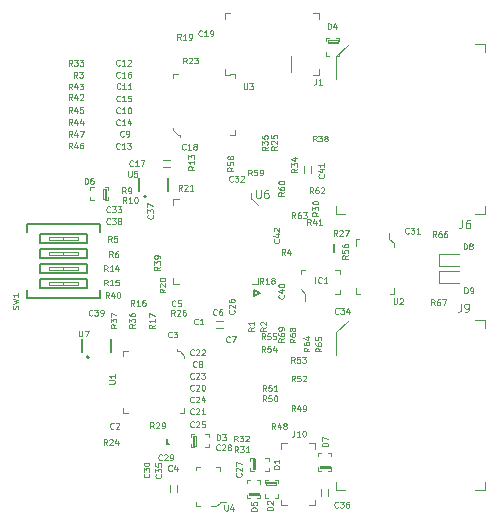
<source format=gbr>
G04 #@! TF.GenerationSoftware,KiCad,Pcbnew,5.1.4+dfsg1-1~bpo10+1*
G04 #@! TF.CreationDate,2020-01-08T12:36:27+01:00*
G04 #@! TF.ProjectId,video-booster-board,76696465-6f2d-4626-9f6f-737465722d62,rev?*
G04 #@! TF.SameCoordinates,Original*
G04 #@! TF.FileFunction,Legend,Top*
G04 #@! TF.FilePolarity,Positive*
%FSLAX46Y46*%
G04 Gerber Fmt 4.6, Leading zero omitted, Abs format (unit mm)*
G04 Created by KiCad (PCBNEW 5.1.4+dfsg1-1~bpo10+1) date 2020-01-08 12:36:27*
%MOMM*%
%LPD*%
G04 APERTURE LIST*
%ADD10C,0.150000*%
%ADD11C,0.100000*%
%ADD12C,0.127000*%
%ADD13C,0.050000*%
%ADD14C,0.120000*%
%ADD15C,0.200000*%
%ADD16C,0.125000*%
G04 APERTURE END LIST*
D10*
X131136000Y-81290200D02*
X131636000Y-81510200D01*
X131116000Y-81760200D02*
X131636000Y-81510200D01*
X131116000Y-81280200D02*
X131116000Y-81760200D01*
X137916000Y-77350200D02*
X137916000Y-78050200D01*
X123766000Y-94310200D02*
X123936000Y-94310200D01*
X123756000Y-93920200D02*
X123766000Y-94310200D01*
D11*
X149850000Y-83800000D02*
X150700000Y-83800000D01*
X150700000Y-83800000D02*
X150700000Y-84500000D01*
X150700000Y-97500000D02*
X150700000Y-98200000D01*
X150700000Y-98200000D02*
X149850000Y-98200000D01*
X138100000Y-86750000D02*
X138100000Y-84850000D01*
X138100000Y-84850000D02*
X139050000Y-83900000D01*
X138850000Y-98200000D02*
X138100000Y-98200000D01*
X138100000Y-98200000D02*
X138100000Y-97500000D01*
X149850000Y-60432000D02*
X150700000Y-60432000D01*
X150700000Y-60432000D02*
X150700000Y-61132000D01*
X150700000Y-74132000D02*
X150700000Y-74832000D01*
X150700000Y-74832000D02*
X149850000Y-74832000D01*
X138100000Y-63382000D02*
X138100000Y-61482000D01*
X138100000Y-61482000D02*
X139050000Y-60532000D01*
X138850000Y-74832000D02*
X138100000Y-74832000D01*
X138100000Y-74832000D02*
X138100000Y-74132000D01*
X142601900Y-76934500D02*
X142601900Y-76434500D01*
X142951900Y-77334500D02*
X142601900Y-76934500D01*
X142951900Y-77634500D02*
X142951900Y-77334500D01*
X142951900Y-81584500D02*
X142951900Y-81084500D01*
X142651900Y-81584500D02*
X142951900Y-81584500D01*
X139751900Y-81584500D02*
X139751900Y-81084500D01*
X140101900Y-81584500D02*
X139751900Y-81584500D01*
X139751900Y-76984500D02*
X139751900Y-77584500D01*
X140051900Y-76984500D02*
X139751900Y-76984500D01*
X130880000Y-73560000D02*
X130880000Y-73060000D01*
X130980000Y-73560000D02*
X130880000Y-73560000D01*
X131480000Y-74060000D02*
X130980000Y-73560000D01*
X131480000Y-80760000D02*
X130980000Y-80760000D01*
X131480000Y-80260000D02*
X131480000Y-80760000D01*
X124280000Y-80760000D02*
X124280000Y-80260000D01*
X124780000Y-80760000D02*
X124280000Y-80760000D01*
X124280000Y-73560000D02*
X124280000Y-74060000D01*
X124780000Y-73560000D02*
X124280000Y-73560000D01*
X129500000Y-62962000D02*
X129500000Y-63362000D01*
X129100000Y-62962000D02*
X129500000Y-62962000D01*
X124300000Y-62962000D02*
X124700000Y-62962000D01*
X124300000Y-62962000D02*
X124300000Y-63362000D01*
X129500000Y-68162000D02*
X129100000Y-68162000D01*
X129500000Y-67762000D02*
X129500000Y-68162000D01*
X124900000Y-68162000D02*
X124900000Y-68362000D01*
X124700000Y-68162000D02*
X124900000Y-68162000D01*
X124300000Y-67762000D02*
X124700000Y-68162000D01*
X124300000Y-67562000D02*
X124300000Y-67762000D01*
D12*
X111898500Y-76374900D02*
X111898500Y-75727900D01*
X111898500Y-81929900D02*
X111898500Y-81282900D01*
X118098500Y-76374900D02*
X118098500Y-75727900D01*
X112998500Y-76558900D02*
X112998500Y-77308900D01*
X116998500Y-76558900D02*
X112998500Y-76558900D01*
X116998500Y-77308900D02*
X116998500Y-76558900D01*
X112998500Y-77308900D02*
X116998500Y-77308900D01*
X112998500Y-77808900D02*
X112998500Y-78558900D01*
X116998500Y-77808900D02*
X112998500Y-77808900D01*
X116998500Y-78558900D02*
X116998500Y-77808900D01*
X112998500Y-78558900D02*
X116998500Y-78558900D01*
D13*
X116248500Y-76808900D02*
X114998500Y-76808900D01*
X116248500Y-77058900D02*
X116248500Y-76808900D01*
X113748500Y-77058900D02*
X116248500Y-77058900D01*
X113748500Y-76808900D02*
X113748500Y-77058900D01*
X114998500Y-76808900D02*
X113748500Y-76808900D01*
X114998500Y-77058900D02*
X114998500Y-76808900D01*
X114998500Y-78308900D02*
X114998500Y-78058900D01*
X113748500Y-78058900D02*
X113748500Y-78308900D01*
X114998500Y-78058900D02*
X113748500Y-78058900D01*
X116248500Y-78058900D02*
X114998500Y-78058900D01*
X116248500Y-78308900D02*
X116248500Y-78058900D01*
X114998500Y-78308900D02*
X116248500Y-78308900D01*
X113748500Y-78308900D02*
X114998500Y-78308900D01*
D12*
X112998500Y-79098900D02*
X112998500Y-79848900D01*
X116998500Y-79098900D02*
X112998500Y-79098900D01*
X116998500Y-79848900D02*
X116998500Y-79098900D01*
X112998500Y-79848900D02*
X116998500Y-79848900D01*
X112998500Y-80348900D02*
X112998500Y-81098900D01*
X116998500Y-80348900D02*
X112998500Y-80348900D01*
X116998500Y-81098900D02*
X116998500Y-80348900D01*
X112998500Y-81098900D02*
X116998500Y-81098900D01*
D13*
X116248500Y-79348900D02*
X114998500Y-79348900D01*
X116248500Y-79598900D02*
X116248500Y-79348900D01*
X113748500Y-79598900D02*
X116248500Y-79598900D01*
X113748500Y-79348900D02*
X113748500Y-79598900D01*
X114998500Y-79348900D02*
X113748500Y-79348900D01*
X114998500Y-79598900D02*
X114998500Y-79348900D01*
X114998500Y-80848900D02*
X114998500Y-80598900D01*
X113748500Y-80598900D02*
X113748500Y-80848900D01*
X114998500Y-80598900D02*
X113748500Y-80598900D01*
X116248500Y-80598900D02*
X114998500Y-80598900D01*
X116248500Y-80848900D02*
X116248500Y-80598900D01*
X114998500Y-80848900D02*
X116248500Y-80848900D01*
X113748500Y-80848900D02*
X114998500Y-80848900D01*
D12*
X118096500Y-75728900D02*
X111899500Y-75728900D01*
X118098500Y-81929900D02*
X118098500Y-81282900D01*
X111898500Y-81929900D02*
X118098500Y-81929900D01*
X111895500Y-81929900D02*
X111898500Y-81929900D01*
D14*
X135355900Y-71377400D02*
X135355900Y-70777400D01*
X135955900Y-71377400D02*
X135955900Y-70777400D01*
D11*
X120030000Y-91668000D02*
X120030000Y-91268000D01*
X120430000Y-91668000D02*
X120030000Y-91668000D01*
X125230000Y-91668000D02*
X124830000Y-91668000D01*
X125230000Y-91668000D02*
X125230000Y-91268000D01*
X120030000Y-86468000D02*
X120430000Y-86468000D01*
X120030000Y-86868000D02*
X120030000Y-86468000D01*
X124630000Y-86468000D02*
X124630000Y-86268000D01*
X124830000Y-86468000D02*
X124630000Y-86468000D01*
X125230000Y-86868000D02*
X124830000Y-86468000D01*
X125230000Y-87068000D02*
X125230000Y-86868000D01*
X133455900Y-99527400D02*
X133955900Y-99527400D01*
X133455900Y-99527400D02*
X133455900Y-99027400D01*
X133455900Y-94227400D02*
X133955900Y-94227400D01*
X133455900Y-94227400D02*
X133455900Y-94727400D01*
X136255900Y-94227400D02*
X135755900Y-94227400D01*
X136255900Y-94227400D02*
X136255900Y-94727400D01*
X136255900Y-99527400D02*
X135755900Y-99527400D01*
X136255900Y-99527400D02*
X136255900Y-99027400D01*
X118384700Y-72700000D02*
X118384700Y-73550000D01*
X118484700Y-72700000D02*
X118484700Y-73550000D01*
X117259700Y-73675000D02*
X117259700Y-73450000D01*
X117559700Y-73675000D02*
X117259700Y-73675000D01*
X118809700Y-73675000D02*
X118809700Y-73425000D01*
X118509700Y-73675000D02*
X118809700Y-73675000D01*
X117259700Y-72575000D02*
X117584700Y-72575000D01*
X117259700Y-72575000D02*
X117259700Y-72825000D01*
X118509700Y-72575000D02*
X118809700Y-72575000D01*
X118809700Y-72825000D02*
X118809700Y-72575000D01*
X118584700Y-72700000D02*
X118584700Y-73550000D01*
X118584700Y-73555000D02*
X118384700Y-73555000D01*
X118584700Y-72695000D02*
X118384700Y-72695000D01*
X131530900Y-98477400D02*
X130680900Y-98477400D01*
X131530900Y-98577400D02*
X130680900Y-98577400D01*
X130555900Y-97352400D02*
X130780900Y-97352400D01*
X130555900Y-97652400D02*
X130555900Y-97352400D01*
X130555900Y-98902400D02*
X130805900Y-98902400D01*
X130555900Y-98602400D02*
X130555900Y-98902400D01*
X131655900Y-97352400D02*
X131655900Y-97677400D01*
X131655900Y-97352400D02*
X131405900Y-97352400D01*
X131655900Y-98602400D02*
X131655900Y-98902400D01*
X131405900Y-98902400D02*
X131655900Y-98902400D01*
X131530900Y-98677400D02*
X130680900Y-98677400D01*
X130675900Y-98677400D02*
X130675900Y-98477400D01*
X131535900Y-98677400D02*
X131535900Y-98477400D01*
X137360900Y-60357400D02*
X138210900Y-60357400D01*
X137360900Y-60257400D02*
X138210900Y-60257400D01*
X138335900Y-61482400D02*
X138110900Y-61482400D01*
X138335900Y-61182400D02*
X138335900Y-61482400D01*
X138335900Y-59932400D02*
X138085900Y-59932400D01*
X138335900Y-60232400D02*
X138335900Y-59932400D01*
X137235900Y-61482400D02*
X137235900Y-61157400D01*
X137235900Y-61482400D02*
X137485900Y-61482400D01*
X137235900Y-60232400D02*
X137235900Y-59932400D01*
X137485900Y-59932400D02*
X137235900Y-59932400D01*
X137360900Y-60157400D02*
X138210900Y-60157400D01*
X138215900Y-60157400D02*
X138215900Y-60357400D01*
X137355900Y-60157400D02*
X137355900Y-60357400D01*
X126185900Y-94472400D02*
X126185900Y-93622400D01*
X126085900Y-94472400D02*
X126085900Y-93622400D01*
X127310900Y-93497400D02*
X127310900Y-93722400D01*
X127010900Y-93497400D02*
X127310900Y-93497400D01*
X125760900Y-93497400D02*
X125760900Y-93747400D01*
X126060900Y-93497400D02*
X125760900Y-93497400D01*
X127310900Y-94597400D02*
X126985900Y-94597400D01*
X127310900Y-94597400D02*
X127310900Y-94347400D01*
X126060900Y-94597400D02*
X125760900Y-94597400D01*
X125760900Y-94347400D02*
X125760900Y-94597400D01*
X125985900Y-94472400D02*
X125985900Y-93622400D01*
X125985900Y-93617400D02*
X126185900Y-93617400D01*
X125985900Y-94477400D02*
X126185900Y-94477400D01*
X132150900Y-97767400D02*
X133000900Y-97767400D01*
X132150900Y-97667400D02*
X133000900Y-97667400D01*
X133125900Y-98892400D02*
X132900900Y-98892400D01*
X133125900Y-98592400D02*
X133125900Y-98892400D01*
X133125900Y-97342400D02*
X132875900Y-97342400D01*
X133125900Y-97642400D02*
X133125900Y-97342400D01*
X132025900Y-98892400D02*
X132025900Y-98567400D01*
X132025900Y-98892400D02*
X132275900Y-98892400D01*
X132025900Y-97642400D02*
X132025900Y-97342400D01*
X132275900Y-97342400D02*
X132025900Y-97342400D01*
X132150900Y-97567400D02*
X133000900Y-97567400D01*
X133005900Y-97567400D02*
X133005900Y-97767400D01*
X132145900Y-97567400D02*
X132145900Y-97767400D01*
X131255900Y-96472400D02*
X131255900Y-95622400D01*
X131155900Y-96472400D02*
X131155900Y-95622400D01*
X132380900Y-95497400D02*
X132380900Y-95722400D01*
X132080900Y-95497400D02*
X132380900Y-95497400D01*
X130830900Y-95497400D02*
X130830900Y-95747400D01*
X131130900Y-95497400D02*
X130830900Y-95497400D01*
X132380900Y-96597400D02*
X132055900Y-96597400D01*
X132380900Y-96597400D02*
X132380900Y-96347400D01*
X131130900Y-96597400D02*
X130830900Y-96597400D01*
X130830900Y-96347400D02*
X130830900Y-96597400D01*
X131055900Y-96472400D02*
X131055900Y-95622400D01*
X131055900Y-95617400D02*
X131255900Y-95617400D01*
X131055900Y-96477400D02*
X131255900Y-96477400D01*
D15*
X117160800Y-86981400D02*
G75*
G03X117160800Y-86981400I-100000J0D01*
G01*
D12*
X119029800Y-85451400D02*
X119029800Y-86511400D01*
X116591800Y-86511400D02*
X116591800Y-85451400D01*
D15*
X121982100Y-73363000D02*
G75*
G03X121982100Y-73363000I-100000J0D01*
G01*
D12*
X123851100Y-71833000D02*
X123851100Y-72893000D01*
X121413100Y-72893000D02*
X121413100Y-71833000D01*
D11*
X138379100Y-79605300D02*
X138379100Y-79955300D01*
X138029100Y-79605300D02*
X138379100Y-79605300D01*
X138379100Y-81605300D02*
X138029100Y-81605300D01*
X138379100Y-81255300D02*
X138379100Y-81605300D01*
X135079100Y-79605300D02*
X135079100Y-79955300D01*
X135429100Y-79605300D02*
X135079100Y-79605300D01*
X135429100Y-81655300D02*
X135079100Y-81205300D01*
X135429100Y-82255300D02*
X135429100Y-81655300D01*
D14*
X146808300Y-80660800D02*
X148508300Y-80660800D01*
X146808300Y-79860800D02*
X146808300Y-80660800D01*
X146808300Y-79660800D02*
X146808300Y-79860800D01*
X146908300Y-79660800D02*
X146808300Y-79660800D01*
X147008300Y-79660800D02*
X146908300Y-79660800D01*
X147008300Y-79660800D02*
X148508300Y-79660800D01*
X146795600Y-79213000D02*
X148495600Y-79213000D01*
X146795600Y-78413000D02*
X146795600Y-79213000D01*
X146795600Y-78213000D02*
X146795600Y-78413000D01*
X146895600Y-78213000D02*
X146795600Y-78213000D01*
X146995600Y-78213000D02*
X146895600Y-78213000D01*
X146995600Y-78213000D02*
X148495600Y-78213000D01*
D11*
X137540900Y-96177400D02*
X136690900Y-96177400D01*
X137540900Y-96277400D02*
X136690900Y-96277400D01*
X136565900Y-95052400D02*
X136790900Y-95052400D01*
X136565900Y-95352400D02*
X136565900Y-95052400D01*
X136565900Y-96602400D02*
X136815900Y-96602400D01*
X136565900Y-96302400D02*
X136565900Y-96602400D01*
X137665900Y-95052400D02*
X137665900Y-95377400D01*
X137665900Y-95052400D02*
X137415900Y-95052400D01*
X137665900Y-96302400D02*
X137665900Y-96602400D01*
X137415900Y-96602400D02*
X137665900Y-96602400D01*
X137540900Y-96377400D02*
X136690900Y-96377400D01*
X136685900Y-96377400D02*
X136685900Y-96177400D01*
X137545900Y-96377400D02*
X137545900Y-96177400D01*
D14*
X137435900Y-98127400D02*
X137435900Y-98727400D01*
X136835900Y-98127400D02*
X136835900Y-98727400D01*
X124035900Y-98357400D02*
X124035900Y-97757400D01*
X124635900Y-98357400D02*
X124635900Y-97757400D01*
X128473900Y-84477400D02*
X127873900Y-84477400D01*
X128473900Y-83877400D02*
X127873900Y-83877400D01*
X124025900Y-70857400D02*
X123425900Y-70857400D01*
X124025900Y-70257400D02*
X123425900Y-70257400D01*
D11*
X126225900Y-99242400D02*
X126225900Y-99567400D01*
X126225900Y-99567400D02*
X126525900Y-99567400D01*
X128225900Y-96592400D02*
X128225900Y-96267400D01*
X128225900Y-96267400D02*
X127925900Y-96267400D01*
X126225900Y-96567400D02*
X126225900Y-96267400D01*
X126225900Y-96267400D02*
X126550900Y-96267400D01*
X127900900Y-99567400D02*
X128225900Y-99342400D01*
X128225900Y-99342400D02*
X128225900Y-99242400D01*
X128225900Y-99242400D02*
X128750900Y-99242400D01*
X127900900Y-99567400D02*
X127525900Y-99567400D01*
X136638800Y-63049500D02*
X136638800Y-62549500D01*
X136638800Y-63049500D02*
X136138800Y-63049500D01*
X136638800Y-57799500D02*
X136638800Y-58349500D01*
X136638800Y-57799500D02*
X136138800Y-57799500D01*
X134238800Y-62799500D02*
X134238800Y-61499500D01*
X128638800Y-63049500D02*
X128638800Y-62549500D01*
X128638800Y-63049500D02*
X129138800Y-63049500D01*
X128638800Y-57799500D02*
X128638800Y-58299500D01*
X128638800Y-57799500D02*
X129138800Y-57799500D01*
D16*
X148652666Y-82434866D02*
X148652666Y-82934866D01*
X148619333Y-83034866D01*
X148552666Y-83101533D01*
X148452666Y-83134866D01*
X148386000Y-83134866D01*
X149019333Y-83134866D02*
X149152666Y-83134866D01*
X149219333Y-83101533D01*
X149252666Y-83068200D01*
X149319333Y-82968200D01*
X149352666Y-82834866D01*
X149352666Y-82568200D01*
X149319333Y-82501533D01*
X149286000Y-82468200D01*
X149219333Y-82434866D01*
X149086000Y-82434866D01*
X149019333Y-82468200D01*
X148986000Y-82501533D01*
X148952666Y-82568200D01*
X148952666Y-82734866D01*
X148986000Y-82801533D01*
X149019333Y-82834866D01*
X149086000Y-82868200D01*
X149219333Y-82868200D01*
X149286000Y-82834866D01*
X149319333Y-82801533D01*
X149352666Y-82734866D01*
X148752666Y-75348866D02*
X148752666Y-75848866D01*
X148719333Y-75948866D01*
X148652666Y-76015533D01*
X148552666Y-76048866D01*
X148486000Y-76048866D01*
X149386000Y-75348866D02*
X149252666Y-75348866D01*
X149186000Y-75382200D01*
X149152666Y-75415533D01*
X149086000Y-75515533D01*
X149052666Y-75648866D01*
X149052666Y-75915533D01*
X149086000Y-75982200D01*
X149119333Y-76015533D01*
X149186000Y-76048866D01*
X149319333Y-76048866D01*
X149386000Y-76015533D01*
X149419333Y-75982200D01*
X149452666Y-75915533D01*
X149452666Y-75748866D01*
X149419333Y-75682200D01*
X149386000Y-75648866D01*
X149319333Y-75615533D01*
X149186000Y-75615533D01*
X149119333Y-75648866D01*
X149086000Y-75682200D01*
X149052666Y-75748866D01*
X134637490Y-85413028D02*
X134399395Y-85579695D01*
X134637490Y-85698742D02*
X134137490Y-85698742D01*
X134137490Y-85508266D01*
X134161300Y-85460647D01*
X134185109Y-85436838D01*
X134232728Y-85413028D01*
X134304157Y-85413028D01*
X134351776Y-85436838D01*
X134375585Y-85460647D01*
X134399395Y-85508266D01*
X134399395Y-85698742D01*
X134137490Y-84984457D02*
X134137490Y-85079695D01*
X134161300Y-85127314D01*
X134185109Y-85151123D01*
X134256538Y-85198742D01*
X134351776Y-85222552D01*
X134542252Y-85222552D01*
X134589871Y-85198742D01*
X134613680Y-85174933D01*
X134637490Y-85127314D01*
X134637490Y-85032076D01*
X134613680Y-84984457D01*
X134589871Y-84960647D01*
X134542252Y-84936838D01*
X134423204Y-84936838D01*
X134375585Y-84960647D01*
X134351776Y-84984457D01*
X134327966Y-85032076D01*
X134327966Y-85127314D01*
X134351776Y-85174933D01*
X134375585Y-85198742D01*
X134423204Y-85222552D01*
X134351776Y-84651123D02*
X134327966Y-84698742D01*
X134304157Y-84722552D01*
X134256538Y-84746361D01*
X134232728Y-84746361D01*
X134185109Y-84722552D01*
X134161300Y-84698742D01*
X134137490Y-84651123D01*
X134137490Y-84555885D01*
X134161300Y-84508266D01*
X134185109Y-84484457D01*
X134232728Y-84460647D01*
X134256538Y-84460647D01*
X134304157Y-84484457D01*
X134327966Y-84508266D01*
X134351776Y-84555885D01*
X134351776Y-84651123D01*
X134375585Y-84698742D01*
X134399395Y-84722552D01*
X134447014Y-84746361D01*
X134542252Y-84746361D01*
X134589871Y-84722552D01*
X134613680Y-84698742D01*
X134637490Y-84651123D01*
X134637490Y-84555885D01*
X134613680Y-84508266D01*
X134589871Y-84484457D01*
X134542252Y-84460647D01*
X134447014Y-84460647D01*
X134399395Y-84484457D01*
X134375585Y-84508266D01*
X134351776Y-84555885D01*
X142956747Y-81972990D02*
X142956747Y-82377752D01*
X142980557Y-82425371D01*
X143004366Y-82449180D01*
X143051985Y-82472990D01*
X143147223Y-82472990D01*
X143194842Y-82449180D01*
X143218652Y-82425371D01*
X143242461Y-82377752D01*
X143242461Y-81972990D01*
X143456747Y-82020609D02*
X143480557Y-81996800D01*
X143528176Y-81972990D01*
X143647223Y-81972990D01*
X143694842Y-81996800D01*
X143718652Y-82020609D01*
X143742461Y-82068228D01*
X143742461Y-82115847D01*
X143718652Y-82187276D01*
X143432938Y-82472990D01*
X143742461Y-82472990D01*
X125039871Y-72864190D02*
X124873204Y-72626095D01*
X124754157Y-72864190D02*
X124754157Y-72364190D01*
X124944633Y-72364190D01*
X124992252Y-72388000D01*
X125016061Y-72411809D01*
X125039871Y-72459428D01*
X125039871Y-72530857D01*
X125016061Y-72578476D01*
X124992252Y-72602285D01*
X124944633Y-72626095D01*
X124754157Y-72626095D01*
X125230347Y-72411809D02*
X125254157Y-72388000D01*
X125301776Y-72364190D01*
X125420823Y-72364190D01*
X125468442Y-72388000D01*
X125492252Y-72411809D01*
X125516061Y-72459428D01*
X125516061Y-72507047D01*
X125492252Y-72578476D01*
X125206538Y-72864190D01*
X125516061Y-72864190D01*
X125992252Y-72864190D02*
X125706538Y-72864190D01*
X125849395Y-72864190D02*
X125849395Y-72364190D01*
X125801776Y-72435619D01*
X125754157Y-72483238D01*
X125706538Y-72507047D01*
X130041271Y-96799528D02*
X130065080Y-96823338D01*
X130088890Y-96894766D01*
X130088890Y-96942385D01*
X130065080Y-97013814D01*
X130017461Y-97061433D01*
X129969842Y-97085242D01*
X129874604Y-97109052D01*
X129803176Y-97109052D01*
X129707938Y-97085242D01*
X129660319Y-97061433D01*
X129612700Y-97013814D01*
X129588890Y-96942385D01*
X129588890Y-96894766D01*
X129612700Y-96823338D01*
X129636509Y-96799528D01*
X129636509Y-96609052D02*
X129612700Y-96585242D01*
X129588890Y-96537623D01*
X129588890Y-96418576D01*
X129612700Y-96370957D01*
X129636509Y-96347147D01*
X129684128Y-96323338D01*
X129731747Y-96323338D01*
X129803176Y-96347147D01*
X130088890Y-96632861D01*
X130088890Y-96323338D01*
X129588890Y-96156671D02*
X129588890Y-95823338D01*
X130088890Y-96037623D01*
X131285466Y-72808366D02*
X131285466Y-73375033D01*
X131318800Y-73441700D01*
X131352133Y-73475033D01*
X131418800Y-73508366D01*
X131552133Y-73508366D01*
X131618800Y-73475033D01*
X131652133Y-73441700D01*
X131685466Y-73375033D01*
X131685466Y-72808366D01*
X132318800Y-72808366D02*
X132185466Y-72808366D01*
X132118800Y-72841700D01*
X132085466Y-72875033D01*
X132018800Y-72975033D01*
X131985466Y-73108366D01*
X131985466Y-73375033D01*
X132018800Y-73441700D01*
X132052133Y-73475033D01*
X132118800Y-73508366D01*
X132252133Y-73508366D01*
X132318800Y-73475033D01*
X132352133Y-73441700D01*
X132385466Y-73375033D01*
X132385466Y-73208366D01*
X132352133Y-73141700D01*
X132318800Y-73108366D01*
X132252133Y-73075033D01*
X132118800Y-73075033D01*
X132052133Y-73108366D01*
X132018800Y-73141700D01*
X131985466Y-73208366D01*
X124471066Y-82615871D02*
X124447257Y-82639680D01*
X124375828Y-82663490D01*
X124328209Y-82663490D01*
X124256780Y-82639680D01*
X124209161Y-82592061D01*
X124185352Y-82544442D01*
X124161542Y-82449204D01*
X124161542Y-82377776D01*
X124185352Y-82282538D01*
X124209161Y-82234919D01*
X124256780Y-82187300D01*
X124328209Y-82163490D01*
X124375828Y-82163490D01*
X124447257Y-82187300D01*
X124471066Y-82211109D01*
X124923447Y-82163490D02*
X124685352Y-82163490D01*
X124661542Y-82401585D01*
X124685352Y-82377776D01*
X124732971Y-82353966D01*
X124852019Y-82353966D01*
X124899638Y-82377776D01*
X124923447Y-82401585D01*
X124947257Y-82449204D01*
X124947257Y-82568252D01*
X124923447Y-82615871D01*
X124899638Y-82639680D01*
X124852019Y-82663490D01*
X124732971Y-82663490D01*
X124685352Y-82639680D01*
X124661542Y-82615871D01*
X130244047Y-63786590D02*
X130244047Y-64191352D01*
X130267857Y-64238971D01*
X130291666Y-64262780D01*
X130339285Y-64286590D01*
X130434523Y-64286590D01*
X130482142Y-64262780D01*
X130505952Y-64238971D01*
X130529761Y-64191352D01*
X130529761Y-63786590D01*
X130720238Y-63786590D02*
X131029761Y-63786590D01*
X130863095Y-63977066D01*
X130934523Y-63977066D01*
X130982142Y-64000876D01*
X131005952Y-64024685D01*
X131029761Y-64072304D01*
X131029761Y-64191352D01*
X131005952Y-64238971D01*
X130982142Y-64262780D01*
X130934523Y-64286590D01*
X130791666Y-64286590D01*
X130744047Y-64262780D01*
X130720238Y-64238971D01*
X111167780Y-82888066D02*
X111191590Y-82816638D01*
X111191590Y-82697590D01*
X111167780Y-82649971D01*
X111143971Y-82626161D01*
X111096352Y-82602352D01*
X111048733Y-82602352D01*
X111001114Y-82626161D01*
X110977304Y-82649971D01*
X110953495Y-82697590D01*
X110929685Y-82792828D01*
X110905876Y-82840447D01*
X110882066Y-82864257D01*
X110834447Y-82888066D01*
X110786828Y-82888066D01*
X110739209Y-82864257D01*
X110715400Y-82840447D01*
X110691590Y-82792828D01*
X110691590Y-82673780D01*
X110715400Y-82602352D01*
X110691590Y-82435685D02*
X111191590Y-82316638D01*
X110834447Y-82221400D01*
X111191590Y-82126161D01*
X110691590Y-82007114D01*
X111191590Y-81554733D02*
X111191590Y-81840447D01*
X111191590Y-81697590D02*
X110691590Y-81697590D01*
X110763019Y-81745209D01*
X110810638Y-81792828D01*
X110834447Y-81840447D01*
X123631390Y-81197228D02*
X123393295Y-81363895D01*
X123631390Y-81482942D02*
X123131390Y-81482942D01*
X123131390Y-81292466D01*
X123155200Y-81244847D01*
X123179009Y-81221038D01*
X123226628Y-81197228D01*
X123298057Y-81197228D01*
X123345676Y-81221038D01*
X123369485Y-81244847D01*
X123393295Y-81292466D01*
X123393295Y-81482942D01*
X123179009Y-81006752D02*
X123155200Y-80982942D01*
X123131390Y-80935323D01*
X123131390Y-80816276D01*
X123155200Y-80768657D01*
X123179009Y-80744847D01*
X123226628Y-80721038D01*
X123274247Y-80721038D01*
X123345676Y-80744847D01*
X123631390Y-81030561D01*
X123631390Y-80721038D01*
X123131390Y-80411514D02*
X123131390Y-80363895D01*
X123155200Y-80316276D01*
X123179009Y-80292466D01*
X123226628Y-80268657D01*
X123321866Y-80244847D01*
X123440914Y-80244847D01*
X123536152Y-80268657D01*
X123583771Y-80292466D01*
X123607580Y-80316276D01*
X123631390Y-80363895D01*
X123631390Y-80411514D01*
X123607580Y-80459133D01*
X123583771Y-80482942D01*
X123536152Y-80506752D01*
X123440914Y-80530561D01*
X123321866Y-80530561D01*
X123226628Y-80506752D01*
X123179009Y-80482942D01*
X123155200Y-80459133D01*
X123131390Y-80411514D01*
X133241971Y-76992928D02*
X133265780Y-77016738D01*
X133289590Y-77088166D01*
X133289590Y-77135785D01*
X133265780Y-77207214D01*
X133218161Y-77254833D01*
X133170542Y-77278642D01*
X133075304Y-77302452D01*
X133003876Y-77302452D01*
X132908638Y-77278642D01*
X132861019Y-77254833D01*
X132813400Y-77207214D01*
X132789590Y-77135785D01*
X132789590Y-77088166D01*
X132813400Y-77016738D01*
X132837209Y-76992928D01*
X132956257Y-76564357D02*
X133289590Y-76564357D01*
X132765780Y-76683404D02*
X133122923Y-76802452D01*
X133122923Y-76492928D01*
X132837209Y-76326261D02*
X132813400Y-76302452D01*
X132789590Y-76254833D01*
X132789590Y-76135785D01*
X132813400Y-76088166D01*
X132837209Y-76064357D01*
X132884828Y-76040547D01*
X132932447Y-76040547D01*
X133003876Y-76064357D01*
X133289590Y-76350071D01*
X133289590Y-76040547D01*
X137034471Y-71498828D02*
X137058280Y-71522638D01*
X137082090Y-71594066D01*
X137082090Y-71641685D01*
X137058280Y-71713114D01*
X137010661Y-71760733D01*
X136963042Y-71784542D01*
X136867804Y-71808352D01*
X136796376Y-71808352D01*
X136701138Y-71784542D01*
X136653519Y-71760733D01*
X136605900Y-71713114D01*
X136582090Y-71641685D01*
X136582090Y-71594066D01*
X136605900Y-71522638D01*
X136629709Y-71498828D01*
X136748757Y-71070257D02*
X137082090Y-71070257D01*
X136558280Y-71189304D02*
X136915423Y-71308352D01*
X136915423Y-70998828D01*
X137082090Y-70546447D02*
X137082090Y-70832161D01*
X137082090Y-70689304D02*
X136582090Y-70689304D01*
X136653519Y-70736923D01*
X136701138Y-70784542D01*
X136724947Y-70832161D01*
X118862190Y-89209152D02*
X119266952Y-89209152D01*
X119314571Y-89185342D01*
X119338380Y-89161533D01*
X119362190Y-89113914D01*
X119362190Y-89018676D01*
X119338380Y-88971057D01*
X119314571Y-88947247D01*
X119266952Y-88923438D01*
X118862190Y-88923438D01*
X119362190Y-88423438D02*
X119362190Y-88709152D01*
X119362190Y-88566295D02*
X118862190Y-88566295D01*
X118933619Y-88613914D01*
X118981238Y-88661533D01*
X119005047Y-88709152D01*
X122234471Y-96845728D02*
X122258280Y-96869538D01*
X122282090Y-96940966D01*
X122282090Y-96988585D01*
X122258280Y-97060014D01*
X122210661Y-97107633D01*
X122163042Y-97131442D01*
X122067804Y-97155252D01*
X121996376Y-97155252D01*
X121901138Y-97131442D01*
X121853519Y-97107633D01*
X121805900Y-97060014D01*
X121782090Y-96988585D01*
X121782090Y-96940966D01*
X121805900Y-96869538D01*
X121829709Y-96845728D01*
X121782090Y-96679061D02*
X121782090Y-96369538D01*
X121972566Y-96536204D01*
X121972566Y-96464776D01*
X121996376Y-96417157D01*
X122020185Y-96393347D01*
X122067804Y-96369538D01*
X122186852Y-96369538D01*
X122234471Y-96393347D01*
X122258280Y-96417157D01*
X122282090Y-96464776D01*
X122282090Y-96607633D01*
X122258280Y-96655252D01*
X122234471Y-96679061D01*
X121782090Y-96060014D02*
X121782090Y-96012395D01*
X121805900Y-95964776D01*
X121829709Y-95940966D01*
X121877328Y-95917157D01*
X121972566Y-95893347D01*
X122091614Y-95893347D01*
X122186852Y-95917157D01*
X122234471Y-95940966D01*
X122258280Y-95964776D01*
X122282090Y-96012395D01*
X122282090Y-96060014D01*
X122258280Y-96107633D01*
X122234471Y-96131442D01*
X122186852Y-96155252D01*
X122091614Y-96179061D01*
X121972566Y-96179061D01*
X121877328Y-96155252D01*
X121829709Y-96131442D01*
X121805900Y-96107633D01*
X121782090Y-96060014D01*
X134634471Y-75203590D02*
X134467804Y-74965495D01*
X134348757Y-75203590D02*
X134348757Y-74703590D01*
X134539233Y-74703590D01*
X134586852Y-74727400D01*
X134610661Y-74751209D01*
X134634471Y-74798828D01*
X134634471Y-74870257D01*
X134610661Y-74917876D01*
X134586852Y-74941685D01*
X134539233Y-74965495D01*
X134348757Y-74965495D01*
X135063042Y-74703590D02*
X134967804Y-74703590D01*
X134920185Y-74727400D01*
X134896376Y-74751209D01*
X134848757Y-74822638D01*
X134824947Y-74917876D01*
X134824947Y-75108352D01*
X134848757Y-75155971D01*
X134872566Y-75179780D01*
X134920185Y-75203590D01*
X135015423Y-75203590D01*
X135063042Y-75179780D01*
X135086852Y-75155971D01*
X135110661Y-75108352D01*
X135110661Y-74989304D01*
X135086852Y-74941685D01*
X135063042Y-74917876D01*
X135015423Y-74894066D01*
X134920185Y-74894066D01*
X134872566Y-74917876D01*
X134848757Y-74941685D01*
X134824947Y-74989304D01*
X135277328Y-74703590D02*
X135586852Y-74703590D01*
X135420185Y-74894066D01*
X135491614Y-74894066D01*
X135539233Y-74917876D01*
X135563042Y-74941685D01*
X135586852Y-74989304D01*
X135586852Y-75108352D01*
X135563042Y-75155971D01*
X135539233Y-75179780D01*
X135491614Y-75203590D01*
X135348757Y-75203590D01*
X135301138Y-75179780D01*
X135277328Y-75155971D01*
X129742071Y-94106690D02*
X129575404Y-93868595D01*
X129456357Y-94106690D02*
X129456357Y-93606690D01*
X129646833Y-93606690D01*
X129694452Y-93630500D01*
X129718261Y-93654309D01*
X129742071Y-93701928D01*
X129742071Y-93773357D01*
X129718261Y-93820976D01*
X129694452Y-93844785D01*
X129646833Y-93868595D01*
X129456357Y-93868595D01*
X129908738Y-93606690D02*
X130218261Y-93606690D01*
X130051595Y-93797166D01*
X130123023Y-93797166D01*
X130170642Y-93820976D01*
X130194452Y-93844785D01*
X130218261Y-93892404D01*
X130218261Y-94011452D01*
X130194452Y-94059071D01*
X130170642Y-94082880D01*
X130123023Y-94106690D01*
X129980166Y-94106690D01*
X129932547Y-94082880D01*
X129908738Y-94059071D01*
X130408738Y-93654309D02*
X130432547Y-93630500D01*
X130480166Y-93606690D01*
X130599214Y-93606690D01*
X130646833Y-93630500D01*
X130670642Y-93654309D01*
X130694452Y-93701928D01*
X130694452Y-93749547D01*
X130670642Y-93820976D01*
X130384928Y-94106690D01*
X130694452Y-94106690D01*
X129338371Y-72062171D02*
X129314561Y-72085980D01*
X129243133Y-72109790D01*
X129195514Y-72109790D01*
X129124085Y-72085980D01*
X129076466Y-72038361D01*
X129052657Y-71990742D01*
X129028847Y-71895504D01*
X129028847Y-71824076D01*
X129052657Y-71728838D01*
X129076466Y-71681219D01*
X129124085Y-71633600D01*
X129195514Y-71609790D01*
X129243133Y-71609790D01*
X129314561Y-71633600D01*
X129338371Y-71657409D01*
X129505038Y-71609790D02*
X129814561Y-71609790D01*
X129647895Y-71800266D01*
X129719323Y-71800266D01*
X129766942Y-71824076D01*
X129790752Y-71847885D01*
X129814561Y-71895504D01*
X129814561Y-72014552D01*
X129790752Y-72062171D01*
X129766942Y-72085980D01*
X129719323Y-72109790D01*
X129576466Y-72109790D01*
X129528847Y-72085980D01*
X129505038Y-72062171D01*
X130005038Y-71657409D02*
X130028847Y-71633600D01*
X130076466Y-71609790D01*
X130195514Y-71609790D01*
X130243133Y-71633600D01*
X130266942Y-71657409D01*
X130290752Y-71705028D01*
X130290752Y-71752647D01*
X130266942Y-71824076D01*
X129981228Y-72109790D01*
X130290752Y-72109790D01*
X132286290Y-69144328D02*
X132048195Y-69310995D01*
X132286290Y-69430042D02*
X131786290Y-69430042D01*
X131786290Y-69239566D01*
X131810100Y-69191947D01*
X131833909Y-69168138D01*
X131881528Y-69144328D01*
X131952957Y-69144328D01*
X132000576Y-69168138D01*
X132024385Y-69191947D01*
X132048195Y-69239566D01*
X132048195Y-69430042D01*
X131786290Y-68977661D02*
X131786290Y-68668138D01*
X131976766Y-68834804D01*
X131976766Y-68763376D01*
X132000576Y-68715757D01*
X132024385Y-68691947D01*
X132072004Y-68668138D01*
X132191052Y-68668138D01*
X132238671Y-68691947D01*
X132262480Y-68715757D01*
X132286290Y-68763376D01*
X132286290Y-68906233D01*
X132262480Y-68953852D01*
X132238671Y-68977661D01*
X131786290Y-68215757D02*
X131786290Y-68453852D01*
X132024385Y-68477661D01*
X132000576Y-68453852D01*
X131976766Y-68406233D01*
X131976766Y-68287185D01*
X132000576Y-68239566D01*
X132024385Y-68215757D01*
X132072004Y-68191947D01*
X132191052Y-68191947D01*
X132238671Y-68215757D01*
X132262480Y-68239566D01*
X132286290Y-68287185D01*
X132286290Y-68406233D01*
X132262480Y-68453852D01*
X132238671Y-68477661D01*
X133682090Y-72998828D02*
X133443995Y-73165495D01*
X133682090Y-73284542D02*
X133182090Y-73284542D01*
X133182090Y-73094066D01*
X133205900Y-73046447D01*
X133229709Y-73022638D01*
X133277328Y-72998828D01*
X133348757Y-72998828D01*
X133396376Y-73022638D01*
X133420185Y-73046447D01*
X133443995Y-73094066D01*
X133443995Y-73284542D01*
X133182090Y-72570257D02*
X133182090Y-72665495D01*
X133205900Y-72713114D01*
X133229709Y-72736923D01*
X133301138Y-72784542D01*
X133396376Y-72808352D01*
X133586852Y-72808352D01*
X133634471Y-72784542D01*
X133658280Y-72760733D01*
X133682090Y-72713114D01*
X133682090Y-72617876D01*
X133658280Y-72570257D01*
X133634471Y-72546447D01*
X133586852Y-72522638D01*
X133467804Y-72522638D01*
X133420185Y-72546447D01*
X133396376Y-72570257D01*
X133372566Y-72617876D01*
X133372566Y-72713114D01*
X133396376Y-72760733D01*
X133420185Y-72784542D01*
X133467804Y-72808352D01*
X133182090Y-72213114D02*
X133182090Y-72165495D01*
X133205900Y-72117876D01*
X133229709Y-72094066D01*
X133277328Y-72070257D01*
X133372566Y-72046447D01*
X133491614Y-72046447D01*
X133586852Y-72070257D01*
X133634471Y-72094066D01*
X133658280Y-72117876D01*
X133682090Y-72165495D01*
X133682090Y-72213114D01*
X133658280Y-72260733D01*
X133634471Y-72284542D01*
X133586852Y-72308352D01*
X133491614Y-72332161D01*
X133372566Y-72332161D01*
X133277328Y-72308352D01*
X133229709Y-72284542D01*
X133205900Y-72260733D01*
X133182090Y-72213114D01*
X134546338Y-93197090D02*
X134546338Y-93554233D01*
X134522528Y-93625661D01*
X134474909Y-93673280D01*
X134403480Y-93697090D01*
X134355861Y-93697090D01*
X135046338Y-93697090D02*
X134760623Y-93697090D01*
X134903480Y-93697090D02*
X134903480Y-93197090D01*
X134855861Y-93268519D01*
X134808242Y-93316138D01*
X134760623Y-93339947D01*
X135355861Y-93197090D02*
X135403480Y-93197090D01*
X135451100Y-93220900D01*
X135474909Y-93244709D01*
X135498719Y-93292328D01*
X135522528Y-93387566D01*
X135522528Y-93506614D01*
X135498719Y-93601852D01*
X135474909Y-93649471D01*
X135451100Y-93673280D01*
X135403480Y-93697090D01*
X135355861Y-93697090D01*
X135308242Y-93673280D01*
X135284433Y-93649471D01*
X135260623Y-93601852D01*
X135236814Y-93506614D01*
X135236814Y-93387566D01*
X135260623Y-93292328D01*
X135284433Y-93244709D01*
X135308242Y-93220900D01*
X135355861Y-93197090D01*
X116786852Y-72303590D02*
X116786852Y-71803590D01*
X116905900Y-71803590D01*
X116977328Y-71827400D01*
X117024947Y-71875019D01*
X117048757Y-71922638D01*
X117072566Y-72017876D01*
X117072566Y-72089304D01*
X117048757Y-72184542D01*
X117024947Y-72232161D01*
X116977328Y-72279780D01*
X116905900Y-72303590D01*
X116786852Y-72303590D01*
X117501138Y-71803590D02*
X117405900Y-71803590D01*
X117358280Y-71827400D01*
X117334471Y-71851209D01*
X117286852Y-71922638D01*
X117263042Y-72017876D01*
X117263042Y-72208352D01*
X117286852Y-72255971D01*
X117310661Y-72279780D01*
X117358280Y-72303590D01*
X117453519Y-72303590D01*
X117501138Y-72279780D01*
X117524947Y-72255971D01*
X117548757Y-72208352D01*
X117548757Y-72089304D01*
X117524947Y-72041685D01*
X117501138Y-72017876D01*
X117453519Y-71994066D01*
X117358280Y-71994066D01*
X117310661Y-72017876D01*
X117286852Y-72041685D01*
X117263042Y-72089304D01*
X131384590Y-99977047D02*
X130884590Y-99977047D01*
X130884590Y-99858000D01*
X130908400Y-99786571D01*
X130956019Y-99738952D01*
X131003638Y-99715142D01*
X131098876Y-99691333D01*
X131170304Y-99691333D01*
X131265542Y-99715142D01*
X131313161Y-99738952D01*
X131360780Y-99786571D01*
X131384590Y-99858000D01*
X131384590Y-99977047D01*
X130884590Y-99238952D02*
X130884590Y-99477047D01*
X131122685Y-99500857D01*
X131098876Y-99477047D01*
X131075066Y-99429428D01*
X131075066Y-99310380D01*
X131098876Y-99262761D01*
X131122685Y-99238952D01*
X131170304Y-99215142D01*
X131289352Y-99215142D01*
X131336971Y-99238952D01*
X131360780Y-99262761D01*
X131384590Y-99310380D01*
X131384590Y-99429428D01*
X131360780Y-99477047D01*
X131336971Y-99500857D01*
X137385252Y-59203590D02*
X137385252Y-58703590D01*
X137504300Y-58703590D01*
X137575728Y-58727400D01*
X137623347Y-58775019D01*
X137647157Y-58822638D01*
X137670966Y-58917876D01*
X137670966Y-58989304D01*
X137647157Y-59084542D01*
X137623347Y-59132161D01*
X137575728Y-59179780D01*
X137504300Y-59203590D01*
X137385252Y-59203590D01*
X138099538Y-58870257D02*
X138099538Y-59203590D01*
X137980490Y-58679780D02*
X137861442Y-59036923D01*
X138170966Y-59036923D01*
X127986852Y-94003590D02*
X127986852Y-93503590D01*
X128105900Y-93503590D01*
X128177328Y-93527400D01*
X128224947Y-93575019D01*
X128248757Y-93622638D01*
X128272566Y-93717876D01*
X128272566Y-93789304D01*
X128248757Y-93884542D01*
X128224947Y-93932161D01*
X128177328Y-93979780D01*
X128105900Y-94003590D01*
X127986852Y-94003590D01*
X128439233Y-93503590D02*
X128748757Y-93503590D01*
X128582090Y-93694066D01*
X128653519Y-93694066D01*
X128701138Y-93717876D01*
X128724947Y-93741685D01*
X128748757Y-93789304D01*
X128748757Y-93908352D01*
X128724947Y-93955971D01*
X128701138Y-93979780D01*
X128653519Y-94003590D01*
X128510661Y-94003590D01*
X128463042Y-93979780D01*
X128439233Y-93955971D01*
X132746490Y-99906247D02*
X132246490Y-99906247D01*
X132246490Y-99787200D01*
X132270300Y-99715771D01*
X132317919Y-99668152D01*
X132365538Y-99644342D01*
X132460776Y-99620533D01*
X132532204Y-99620533D01*
X132627442Y-99644342D01*
X132675061Y-99668152D01*
X132722680Y-99715771D01*
X132746490Y-99787200D01*
X132746490Y-99906247D01*
X132294109Y-99430057D02*
X132270300Y-99406247D01*
X132246490Y-99358628D01*
X132246490Y-99239580D01*
X132270300Y-99191961D01*
X132294109Y-99168152D01*
X132341728Y-99144342D01*
X132389347Y-99144342D01*
X132460776Y-99168152D01*
X132746490Y-99453866D01*
X132746490Y-99144342D01*
X133282090Y-96408047D02*
X132782090Y-96408047D01*
X132782090Y-96289000D01*
X132805900Y-96217571D01*
X132853519Y-96169952D01*
X132901138Y-96146142D01*
X132996376Y-96122333D01*
X133067804Y-96122333D01*
X133163042Y-96146142D01*
X133210661Y-96169952D01*
X133258280Y-96217571D01*
X133282090Y-96289000D01*
X133282090Y-96408047D01*
X133282090Y-95646142D02*
X133282090Y-95931857D01*
X133282090Y-95789000D02*
X132782090Y-95789000D01*
X132853519Y-95836619D01*
X132901138Y-95884238D01*
X132924947Y-95931857D01*
X116312147Y-84716190D02*
X116312147Y-85120952D01*
X116335957Y-85168571D01*
X116359766Y-85192380D01*
X116407385Y-85216190D01*
X116502623Y-85216190D01*
X116550242Y-85192380D01*
X116574052Y-85168571D01*
X116597861Y-85120952D01*
X116597861Y-84716190D01*
X116788338Y-84716190D02*
X117121671Y-84716190D01*
X116907385Y-85216190D01*
X120474947Y-71203590D02*
X120474947Y-71608352D01*
X120498757Y-71655971D01*
X120522566Y-71679780D01*
X120570185Y-71703590D01*
X120665423Y-71703590D01*
X120713042Y-71679780D01*
X120736852Y-71655971D01*
X120760661Y-71608352D01*
X120760661Y-71203590D01*
X121236852Y-71203590D02*
X120998757Y-71203590D01*
X120974947Y-71441685D01*
X120998757Y-71417876D01*
X121046376Y-71394066D01*
X121165423Y-71394066D01*
X121213042Y-71417876D01*
X121236852Y-71441685D01*
X121260661Y-71489304D01*
X121260661Y-71608352D01*
X121236852Y-71655971D01*
X121213042Y-71679780D01*
X121165423Y-71703590D01*
X121046376Y-71703590D01*
X120998757Y-71679780D01*
X120974947Y-71655971D01*
X133688290Y-85387628D02*
X133450195Y-85554295D01*
X133688290Y-85673342D02*
X133188290Y-85673342D01*
X133188290Y-85482866D01*
X133212100Y-85435247D01*
X133235909Y-85411438D01*
X133283528Y-85387628D01*
X133354957Y-85387628D01*
X133402576Y-85411438D01*
X133426385Y-85435247D01*
X133450195Y-85482866D01*
X133450195Y-85673342D01*
X133188290Y-84959057D02*
X133188290Y-85054295D01*
X133212100Y-85101914D01*
X133235909Y-85125723D01*
X133307338Y-85173342D01*
X133402576Y-85197152D01*
X133593052Y-85197152D01*
X133640671Y-85173342D01*
X133664480Y-85149533D01*
X133688290Y-85101914D01*
X133688290Y-85006676D01*
X133664480Y-84959057D01*
X133640671Y-84935247D01*
X133593052Y-84911438D01*
X133474004Y-84911438D01*
X133426385Y-84935247D01*
X133402576Y-84959057D01*
X133378766Y-85006676D01*
X133378766Y-85101914D01*
X133402576Y-85149533D01*
X133426385Y-85173342D01*
X133474004Y-85197152D01*
X133688290Y-84673342D02*
X133688290Y-84578104D01*
X133664480Y-84530485D01*
X133640671Y-84506676D01*
X133569242Y-84459057D01*
X133474004Y-84435247D01*
X133283528Y-84435247D01*
X133235909Y-84459057D01*
X133212100Y-84482866D01*
X133188290Y-84530485D01*
X133188290Y-84625723D01*
X133212100Y-84673342D01*
X133235909Y-84697152D01*
X133283528Y-84720961D01*
X133402576Y-84720961D01*
X133450195Y-84697152D01*
X133474004Y-84673342D01*
X133497814Y-84625723D01*
X133497814Y-84530485D01*
X133474004Y-84482866D01*
X133450195Y-84459057D01*
X133402576Y-84435247D01*
X146415771Y-82579290D02*
X146249104Y-82341195D01*
X146130057Y-82579290D02*
X146130057Y-82079290D01*
X146320533Y-82079290D01*
X146368152Y-82103100D01*
X146391961Y-82126909D01*
X146415771Y-82174528D01*
X146415771Y-82245957D01*
X146391961Y-82293576D01*
X146368152Y-82317385D01*
X146320533Y-82341195D01*
X146130057Y-82341195D01*
X146844342Y-82079290D02*
X146749104Y-82079290D01*
X146701485Y-82103100D01*
X146677676Y-82126909D01*
X146630057Y-82198338D01*
X146606247Y-82293576D01*
X146606247Y-82484052D01*
X146630057Y-82531671D01*
X146653866Y-82555480D01*
X146701485Y-82579290D01*
X146796723Y-82579290D01*
X146844342Y-82555480D01*
X146868152Y-82531671D01*
X146891961Y-82484052D01*
X146891961Y-82365004D01*
X146868152Y-82317385D01*
X146844342Y-82293576D01*
X146796723Y-82269766D01*
X146701485Y-82269766D01*
X146653866Y-82293576D01*
X146630057Y-82317385D01*
X146606247Y-82365004D01*
X147058628Y-82079290D02*
X147391961Y-82079290D01*
X147177676Y-82579290D01*
X146559071Y-76807790D02*
X146392404Y-76569695D01*
X146273357Y-76807790D02*
X146273357Y-76307790D01*
X146463833Y-76307790D01*
X146511452Y-76331600D01*
X146535261Y-76355409D01*
X146559071Y-76403028D01*
X146559071Y-76474457D01*
X146535261Y-76522076D01*
X146511452Y-76545885D01*
X146463833Y-76569695D01*
X146273357Y-76569695D01*
X146987642Y-76307790D02*
X146892404Y-76307790D01*
X146844785Y-76331600D01*
X146820976Y-76355409D01*
X146773357Y-76426838D01*
X146749547Y-76522076D01*
X146749547Y-76712552D01*
X146773357Y-76760171D01*
X146797166Y-76783980D01*
X146844785Y-76807790D01*
X146940023Y-76807790D01*
X146987642Y-76783980D01*
X147011452Y-76760171D01*
X147035261Y-76712552D01*
X147035261Y-76593504D01*
X147011452Y-76545885D01*
X146987642Y-76522076D01*
X146940023Y-76498266D01*
X146844785Y-76498266D01*
X146797166Y-76522076D01*
X146773357Y-76545885D01*
X146749547Y-76593504D01*
X147463833Y-76307790D02*
X147368595Y-76307790D01*
X147320976Y-76331600D01*
X147297166Y-76355409D01*
X147249547Y-76426838D01*
X147225738Y-76522076D01*
X147225738Y-76712552D01*
X147249547Y-76760171D01*
X147273357Y-76783980D01*
X147320976Y-76807790D01*
X147416214Y-76807790D01*
X147463833Y-76783980D01*
X147487642Y-76760171D01*
X147511452Y-76712552D01*
X147511452Y-76593504D01*
X147487642Y-76545885D01*
X147463833Y-76522076D01*
X147416214Y-76498266D01*
X147320976Y-76498266D01*
X147273357Y-76522076D01*
X147249547Y-76545885D01*
X147225738Y-76593504D01*
X136837490Y-86200428D02*
X136599395Y-86367095D01*
X136837490Y-86486142D02*
X136337490Y-86486142D01*
X136337490Y-86295666D01*
X136361300Y-86248047D01*
X136385109Y-86224238D01*
X136432728Y-86200428D01*
X136504157Y-86200428D01*
X136551776Y-86224238D01*
X136575585Y-86248047D01*
X136599395Y-86295666D01*
X136599395Y-86486142D01*
X136337490Y-85771857D02*
X136337490Y-85867095D01*
X136361300Y-85914714D01*
X136385109Y-85938523D01*
X136456538Y-85986142D01*
X136551776Y-86009952D01*
X136742252Y-86009952D01*
X136789871Y-85986142D01*
X136813680Y-85962333D01*
X136837490Y-85914714D01*
X136837490Y-85819476D01*
X136813680Y-85771857D01*
X136789871Y-85748047D01*
X136742252Y-85724238D01*
X136623204Y-85724238D01*
X136575585Y-85748047D01*
X136551776Y-85771857D01*
X136527966Y-85819476D01*
X136527966Y-85914714D01*
X136551776Y-85962333D01*
X136575585Y-85986142D01*
X136623204Y-86009952D01*
X136337490Y-85271857D02*
X136337490Y-85509952D01*
X136575585Y-85533761D01*
X136551776Y-85509952D01*
X136527966Y-85462333D01*
X136527966Y-85343285D01*
X136551776Y-85295666D01*
X136575585Y-85271857D01*
X136623204Y-85248047D01*
X136742252Y-85248047D01*
X136789871Y-85271857D01*
X136813680Y-85295666D01*
X136837490Y-85343285D01*
X136837490Y-85462333D01*
X136813680Y-85509952D01*
X136789871Y-85533761D01*
X135829590Y-86162328D02*
X135591495Y-86328995D01*
X135829590Y-86448042D02*
X135329590Y-86448042D01*
X135329590Y-86257566D01*
X135353400Y-86209947D01*
X135377209Y-86186138D01*
X135424828Y-86162328D01*
X135496257Y-86162328D01*
X135543876Y-86186138D01*
X135567685Y-86209947D01*
X135591495Y-86257566D01*
X135591495Y-86448042D01*
X135329590Y-85733757D02*
X135329590Y-85828995D01*
X135353400Y-85876614D01*
X135377209Y-85900423D01*
X135448638Y-85948042D01*
X135543876Y-85971852D01*
X135734352Y-85971852D01*
X135781971Y-85948042D01*
X135805780Y-85924233D01*
X135829590Y-85876614D01*
X135829590Y-85781376D01*
X135805780Y-85733757D01*
X135781971Y-85709947D01*
X135734352Y-85686138D01*
X135615304Y-85686138D01*
X135567685Y-85709947D01*
X135543876Y-85733757D01*
X135520066Y-85781376D01*
X135520066Y-85876614D01*
X135543876Y-85924233D01*
X135567685Y-85948042D01*
X135615304Y-85971852D01*
X135496257Y-85257566D02*
X135829590Y-85257566D01*
X135305780Y-85376614D02*
X135662923Y-85495661D01*
X135662923Y-85186138D01*
X136134471Y-73103590D02*
X135967804Y-72865495D01*
X135848757Y-73103590D02*
X135848757Y-72603590D01*
X136039233Y-72603590D01*
X136086852Y-72627400D01*
X136110661Y-72651209D01*
X136134471Y-72698828D01*
X136134471Y-72770257D01*
X136110661Y-72817876D01*
X136086852Y-72841685D01*
X136039233Y-72865495D01*
X135848757Y-72865495D01*
X136563042Y-72603590D02*
X136467804Y-72603590D01*
X136420185Y-72627400D01*
X136396376Y-72651209D01*
X136348757Y-72722638D01*
X136324947Y-72817876D01*
X136324947Y-73008352D01*
X136348757Y-73055971D01*
X136372566Y-73079780D01*
X136420185Y-73103590D01*
X136515423Y-73103590D01*
X136563042Y-73079780D01*
X136586852Y-73055971D01*
X136610661Y-73008352D01*
X136610661Y-72889304D01*
X136586852Y-72841685D01*
X136563042Y-72817876D01*
X136515423Y-72794066D01*
X136420185Y-72794066D01*
X136372566Y-72817876D01*
X136348757Y-72841685D01*
X136324947Y-72889304D01*
X136801138Y-72651209D02*
X136824947Y-72627400D01*
X136872566Y-72603590D01*
X136991614Y-72603590D01*
X137039233Y-72627400D01*
X137063042Y-72651209D01*
X137086852Y-72698828D01*
X137086852Y-72746447D01*
X137063042Y-72817876D01*
X136777328Y-73103590D01*
X137086852Y-73103590D01*
X136334504Y-80694990D02*
X136334504Y-80194990D01*
X136858314Y-80647371D02*
X136834504Y-80671180D01*
X136763076Y-80694990D01*
X136715457Y-80694990D01*
X136644028Y-80671180D01*
X136596409Y-80623561D01*
X136572600Y-80575942D01*
X136548790Y-80480704D01*
X136548790Y-80409276D01*
X136572600Y-80314038D01*
X136596409Y-80266419D01*
X136644028Y-80218800D01*
X136715457Y-80194990D01*
X136763076Y-80194990D01*
X136834504Y-80218800D01*
X136858314Y-80242609D01*
X137334504Y-80694990D02*
X137048790Y-80694990D01*
X137191647Y-80694990D02*
X137191647Y-80194990D01*
X137144028Y-80266419D01*
X137096409Y-80314038D01*
X137048790Y-80337847D01*
X148950352Y-81558590D02*
X148950352Y-81058590D01*
X149069400Y-81058590D01*
X149140828Y-81082400D01*
X149188447Y-81130019D01*
X149212257Y-81177638D01*
X149236066Y-81272876D01*
X149236066Y-81344304D01*
X149212257Y-81439542D01*
X149188447Y-81487161D01*
X149140828Y-81534780D01*
X149069400Y-81558590D01*
X148950352Y-81558590D01*
X149474161Y-81558590D02*
X149569400Y-81558590D01*
X149617019Y-81534780D01*
X149640828Y-81510971D01*
X149688447Y-81439542D01*
X149712257Y-81344304D01*
X149712257Y-81153828D01*
X149688447Y-81106209D01*
X149664638Y-81082400D01*
X149617019Y-81058590D01*
X149521780Y-81058590D01*
X149474161Y-81082400D01*
X149450352Y-81106209D01*
X149426542Y-81153828D01*
X149426542Y-81272876D01*
X149450352Y-81320495D01*
X149474161Y-81344304D01*
X149521780Y-81368114D01*
X149617019Y-81368114D01*
X149664638Y-81344304D01*
X149688447Y-81320495D01*
X149712257Y-81272876D01*
X148874152Y-77824790D02*
X148874152Y-77324790D01*
X148993200Y-77324790D01*
X149064628Y-77348600D01*
X149112247Y-77396219D01*
X149136057Y-77443838D01*
X149159866Y-77539076D01*
X149159866Y-77610504D01*
X149136057Y-77705742D01*
X149112247Y-77753361D01*
X149064628Y-77800980D01*
X148993200Y-77824790D01*
X148874152Y-77824790D01*
X149445580Y-77539076D02*
X149397961Y-77515266D01*
X149374152Y-77491457D01*
X149350342Y-77443838D01*
X149350342Y-77420028D01*
X149374152Y-77372409D01*
X149397961Y-77348600D01*
X149445580Y-77324790D01*
X149540819Y-77324790D01*
X149588438Y-77348600D01*
X149612247Y-77372409D01*
X149636057Y-77420028D01*
X149636057Y-77443838D01*
X149612247Y-77491457D01*
X149588438Y-77515266D01*
X149540819Y-77539076D01*
X149445580Y-77539076D01*
X149397961Y-77562885D01*
X149374152Y-77586695D01*
X149350342Y-77634314D01*
X149350342Y-77729552D01*
X149374152Y-77777171D01*
X149397961Y-77800980D01*
X149445580Y-77824790D01*
X149540819Y-77824790D01*
X149588438Y-77800980D01*
X149612247Y-77777171D01*
X149636057Y-77729552D01*
X149636057Y-77634314D01*
X149612247Y-77586695D01*
X149588438Y-77562885D01*
X149540819Y-77539076D01*
X137392490Y-94495747D02*
X136892490Y-94495747D01*
X136892490Y-94376700D01*
X136916300Y-94305271D01*
X136963919Y-94257652D01*
X137011538Y-94233842D01*
X137106776Y-94210033D01*
X137178204Y-94210033D01*
X137273442Y-94233842D01*
X137321061Y-94257652D01*
X137368680Y-94305271D01*
X137392490Y-94376700D01*
X137392490Y-94495747D01*
X136892490Y-94043366D02*
X136892490Y-93710033D01*
X137392490Y-93924319D01*
X133648371Y-81704628D02*
X133672180Y-81728438D01*
X133695990Y-81799866D01*
X133695990Y-81847485D01*
X133672180Y-81918914D01*
X133624561Y-81966533D01*
X133576942Y-81990342D01*
X133481704Y-82014152D01*
X133410276Y-82014152D01*
X133315038Y-81990342D01*
X133267419Y-81966533D01*
X133219800Y-81918914D01*
X133195990Y-81847485D01*
X133195990Y-81799866D01*
X133219800Y-81728438D01*
X133243609Y-81704628D01*
X133362657Y-81276057D02*
X133695990Y-81276057D01*
X133172180Y-81395104D02*
X133529323Y-81514152D01*
X133529323Y-81204628D01*
X133195990Y-80918914D02*
X133195990Y-80871295D01*
X133219800Y-80823676D01*
X133243609Y-80799866D01*
X133291228Y-80776057D01*
X133386466Y-80752247D01*
X133505514Y-80752247D01*
X133600752Y-80776057D01*
X133648371Y-80799866D01*
X133672180Y-80823676D01*
X133695990Y-80871295D01*
X133695990Y-80918914D01*
X133672180Y-80966533D01*
X133648371Y-80990342D01*
X133600752Y-81014152D01*
X133505514Y-81037961D01*
X133386466Y-81037961D01*
X133291228Y-81014152D01*
X133243609Y-80990342D01*
X133219800Y-80966533D01*
X133195990Y-80918914D01*
X117451171Y-83403271D02*
X117427361Y-83427080D01*
X117355933Y-83450890D01*
X117308314Y-83450890D01*
X117236885Y-83427080D01*
X117189266Y-83379461D01*
X117165457Y-83331842D01*
X117141647Y-83236604D01*
X117141647Y-83165176D01*
X117165457Y-83069938D01*
X117189266Y-83022319D01*
X117236885Y-82974700D01*
X117308314Y-82950890D01*
X117355933Y-82950890D01*
X117427361Y-82974700D01*
X117451171Y-82998509D01*
X117617838Y-82950890D02*
X117927361Y-82950890D01*
X117760695Y-83141366D01*
X117832123Y-83141366D01*
X117879742Y-83165176D01*
X117903552Y-83188985D01*
X117927361Y-83236604D01*
X117927361Y-83355652D01*
X117903552Y-83403271D01*
X117879742Y-83427080D01*
X117832123Y-83450890D01*
X117689266Y-83450890D01*
X117641647Y-83427080D01*
X117617838Y-83403271D01*
X118165457Y-83450890D02*
X118260695Y-83450890D01*
X118308314Y-83427080D01*
X118332123Y-83403271D01*
X118379742Y-83331842D01*
X118403552Y-83236604D01*
X118403552Y-83046128D01*
X118379742Y-82998509D01*
X118355933Y-82974700D01*
X118308314Y-82950890D01*
X118213076Y-82950890D01*
X118165457Y-82974700D01*
X118141647Y-82998509D01*
X118117838Y-83046128D01*
X118117838Y-83165176D01*
X118141647Y-83212795D01*
X118165457Y-83236604D01*
X118213076Y-83260414D01*
X118308314Y-83260414D01*
X118355933Y-83236604D01*
X118379742Y-83212795D01*
X118403552Y-83165176D01*
X118934471Y-75655971D02*
X118910661Y-75679780D01*
X118839233Y-75703590D01*
X118791614Y-75703590D01*
X118720185Y-75679780D01*
X118672566Y-75632161D01*
X118648757Y-75584542D01*
X118624947Y-75489304D01*
X118624947Y-75417876D01*
X118648757Y-75322638D01*
X118672566Y-75275019D01*
X118720185Y-75227400D01*
X118791614Y-75203590D01*
X118839233Y-75203590D01*
X118910661Y-75227400D01*
X118934471Y-75251209D01*
X119101138Y-75203590D02*
X119410661Y-75203590D01*
X119243995Y-75394066D01*
X119315423Y-75394066D01*
X119363042Y-75417876D01*
X119386852Y-75441685D01*
X119410661Y-75489304D01*
X119410661Y-75608352D01*
X119386852Y-75655971D01*
X119363042Y-75679780D01*
X119315423Y-75703590D01*
X119172566Y-75703590D01*
X119124947Y-75679780D01*
X119101138Y-75655971D01*
X119696376Y-75417876D02*
X119648757Y-75394066D01*
X119624947Y-75370257D01*
X119601138Y-75322638D01*
X119601138Y-75298828D01*
X119624947Y-75251209D01*
X119648757Y-75227400D01*
X119696376Y-75203590D01*
X119791614Y-75203590D01*
X119839233Y-75227400D01*
X119863042Y-75251209D01*
X119886852Y-75298828D01*
X119886852Y-75322638D01*
X119863042Y-75370257D01*
X119839233Y-75394066D01*
X119791614Y-75417876D01*
X119696376Y-75417876D01*
X119648757Y-75441685D01*
X119624947Y-75465495D01*
X119601138Y-75513114D01*
X119601138Y-75608352D01*
X119624947Y-75655971D01*
X119648757Y-75679780D01*
X119696376Y-75703590D01*
X119791614Y-75703590D01*
X119839233Y-75679780D01*
X119863042Y-75655971D01*
X119886852Y-75608352D01*
X119886852Y-75513114D01*
X119863042Y-75465495D01*
X119839233Y-75441685D01*
X119791614Y-75417876D01*
X138234471Y-99655971D02*
X138210661Y-99679780D01*
X138139233Y-99703590D01*
X138091614Y-99703590D01*
X138020185Y-99679780D01*
X137972566Y-99632161D01*
X137948757Y-99584542D01*
X137924947Y-99489304D01*
X137924947Y-99417876D01*
X137948757Y-99322638D01*
X137972566Y-99275019D01*
X138020185Y-99227400D01*
X138091614Y-99203590D01*
X138139233Y-99203590D01*
X138210661Y-99227400D01*
X138234471Y-99251209D01*
X138401138Y-99203590D02*
X138710661Y-99203590D01*
X138543995Y-99394066D01*
X138615423Y-99394066D01*
X138663042Y-99417876D01*
X138686852Y-99441685D01*
X138710661Y-99489304D01*
X138710661Y-99608352D01*
X138686852Y-99655971D01*
X138663042Y-99679780D01*
X138615423Y-99703590D01*
X138472566Y-99703590D01*
X138424947Y-99679780D01*
X138401138Y-99655971D01*
X139139233Y-99203590D02*
X139043995Y-99203590D01*
X138996376Y-99227400D01*
X138972566Y-99251209D01*
X138924947Y-99322638D01*
X138901138Y-99417876D01*
X138901138Y-99608352D01*
X138924947Y-99655971D01*
X138948757Y-99679780D01*
X138996376Y-99703590D01*
X139091614Y-99703590D01*
X139139233Y-99679780D01*
X139163042Y-99655971D01*
X139186852Y-99608352D01*
X139186852Y-99489304D01*
X139163042Y-99441685D01*
X139139233Y-99417876D01*
X139091614Y-99394066D01*
X138996376Y-99394066D01*
X138948757Y-99417876D01*
X138924947Y-99441685D01*
X138901138Y-99489304D01*
X144234471Y-76455971D02*
X144210661Y-76479780D01*
X144139233Y-76503590D01*
X144091614Y-76503590D01*
X144020185Y-76479780D01*
X143972566Y-76432161D01*
X143948757Y-76384542D01*
X143924947Y-76289304D01*
X143924947Y-76217876D01*
X143948757Y-76122638D01*
X143972566Y-76075019D01*
X144020185Y-76027400D01*
X144091614Y-76003590D01*
X144139233Y-76003590D01*
X144210661Y-76027400D01*
X144234471Y-76051209D01*
X144401138Y-76003590D02*
X144710661Y-76003590D01*
X144543995Y-76194066D01*
X144615423Y-76194066D01*
X144663042Y-76217876D01*
X144686852Y-76241685D01*
X144710661Y-76289304D01*
X144710661Y-76408352D01*
X144686852Y-76455971D01*
X144663042Y-76479780D01*
X144615423Y-76503590D01*
X144472566Y-76503590D01*
X144424947Y-76479780D01*
X144401138Y-76455971D01*
X145186852Y-76503590D02*
X144901138Y-76503590D01*
X145043995Y-76503590D02*
X145043995Y-76003590D01*
X144996376Y-76075019D01*
X144948757Y-76122638D01*
X144901138Y-76146447D01*
X118934471Y-74655971D02*
X118910661Y-74679780D01*
X118839233Y-74703590D01*
X118791614Y-74703590D01*
X118720185Y-74679780D01*
X118672566Y-74632161D01*
X118648757Y-74584542D01*
X118624947Y-74489304D01*
X118624947Y-74417876D01*
X118648757Y-74322638D01*
X118672566Y-74275019D01*
X118720185Y-74227400D01*
X118791614Y-74203590D01*
X118839233Y-74203590D01*
X118910661Y-74227400D01*
X118934471Y-74251209D01*
X119101138Y-74203590D02*
X119410661Y-74203590D01*
X119243995Y-74394066D01*
X119315423Y-74394066D01*
X119363042Y-74417876D01*
X119386852Y-74441685D01*
X119410661Y-74489304D01*
X119410661Y-74608352D01*
X119386852Y-74655971D01*
X119363042Y-74679780D01*
X119315423Y-74703590D01*
X119172566Y-74703590D01*
X119124947Y-74679780D01*
X119101138Y-74655971D01*
X119577328Y-74203590D02*
X119886852Y-74203590D01*
X119720185Y-74394066D01*
X119791614Y-74394066D01*
X119839233Y-74417876D01*
X119863042Y-74441685D01*
X119886852Y-74489304D01*
X119886852Y-74608352D01*
X119863042Y-74655971D01*
X119839233Y-74679780D01*
X119791614Y-74703590D01*
X119648757Y-74703590D01*
X119601138Y-74679780D01*
X119577328Y-74655971D01*
X138286671Y-83252271D02*
X138262861Y-83276080D01*
X138191433Y-83299890D01*
X138143814Y-83299890D01*
X138072385Y-83276080D01*
X138024766Y-83228461D01*
X138000957Y-83180842D01*
X137977147Y-83085604D01*
X137977147Y-83014176D01*
X138000957Y-82918938D01*
X138024766Y-82871319D01*
X138072385Y-82823700D01*
X138143814Y-82799890D01*
X138191433Y-82799890D01*
X138262861Y-82823700D01*
X138286671Y-82847509D01*
X138453338Y-82799890D02*
X138762861Y-82799890D01*
X138596195Y-82990366D01*
X138667623Y-82990366D01*
X138715242Y-83014176D01*
X138739052Y-83037985D01*
X138762861Y-83085604D01*
X138762861Y-83204652D01*
X138739052Y-83252271D01*
X138715242Y-83276080D01*
X138667623Y-83299890D01*
X138524766Y-83299890D01*
X138477147Y-83276080D01*
X138453338Y-83252271D01*
X139191433Y-82966557D02*
X139191433Y-83299890D01*
X139072385Y-82776080D02*
X138953338Y-83133223D01*
X139262861Y-83133223D01*
X123234471Y-96898828D02*
X123258280Y-96922638D01*
X123282090Y-96994066D01*
X123282090Y-97041685D01*
X123258280Y-97113114D01*
X123210661Y-97160733D01*
X123163042Y-97184542D01*
X123067804Y-97208352D01*
X122996376Y-97208352D01*
X122901138Y-97184542D01*
X122853519Y-97160733D01*
X122805900Y-97113114D01*
X122782090Y-97041685D01*
X122782090Y-96994066D01*
X122805900Y-96922638D01*
X122829709Y-96898828D01*
X122782090Y-96732161D02*
X122782090Y-96422638D01*
X122972566Y-96589304D01*
X122972566Y-96517876D01*
X122996376Y-96470257D01*
X123020185Y-96446447D01*
X123067804Y-96422638D01*
X123186852Y-96422638D01*
X123234471Y-96446447D01*
X123258280Y-96470257D01*
X123282090Y-96517876D01*
X123282090Y-96660733D01*
X123258280Y-96708352D01*
X123234471Y-96732161D01*
X122782090Y-95970257D02*
X122782090Y-96208352D01*
X123020185Y-96232161D01*
X122996376Y-96208352D01*
X122972566Y-96160733D01*
X122972566Y-96041685D01*
X122996376Y-95994066D01*
X123020185Y-95970257D01*
X123067804Y-95946447D01*
X123186852Y-95946447D01*
X123234471Y-95970257D01*
X123258280Y-95994066D01*
X123282090Y-96041685D01*
X123282090Y-96160733D01*
X123258280Y-96208352D01*
X123234471Y-96232161D01*
X122562871Y-74933428D02*
X122586680Y-74957238D01*
X122610490Y-75028666D01*
X122610490Y-75076285D01*
X122586680Y-75147714D01*
X122539061Y-75195333D01*
X122491442Y-75219142D01*
X122396204Y-75242952D01*
X122324776Y-75242952D01*
X122229538Y-75219142D01*
X122181919Y-75195333D01*
X122134300Y-75147714D01*
X122110490Y-75076285D01*
X122110490Y-75028666D01*
X122134300Y-74957238D01*
X122158109Y-74933428D01*
X122110490Y-74766761D02*
X122110490Y-74457238D01*
X122300966Y-74623904D01*
X122300966Y-74552476D01*
X122324776Y-74504857D01*
X122348585Y-74481047D01*
X122396204Y-74457238D01*
X122515252Y-74457238D01*
X122562871Y-74481047D01*
X122586680Y-74504857D01*
X122610490Y-74552476D01*
X122610490Y-74695333D01*
X122586680Y-74742952D01*
X122562871Y-74766761D01*
X122110490Y-74290571D02*
X122110490Y-73957238D01*
X122610490Y-74171523D01*
X130938571Y-71589090D02*
X130771904Y-71350995D01*
X130652857Y-71589090D02*
X130652857Y-71089090D01*
X130843333Y-71089090D01*
X130890952Y-71112900D01*
X130914761Y-71136709D01*
X130938571Y-71184328D01*
X130938571Y-71255757D01*
X130914761Y-71303376D01*
X130890952Y-71327185D01*
X130843333Y-71350995D01*
X130652857Y-71350995D01*
X131390952Y-71089090D02*
X131152857Y-71089090D01*
X131129047Y-71327185D01*
X131152857Y-71303376D01*
X131200476Y-71279566D01*
X131319523Y-71279566D01*
X131367142Y-71303376D01*
X131390952Y-71327185D01*
X131414761Y-71374804D01*
X131414761Y-71493852D01*
X131390952Y-71541471D01*
X131367142Y-71565280D01*
X131319523Y-71589090D01*
X131200476Y-71589090D01*
X131152857Y-71565280D01*
X131129047Y-71541471D01*
X131652857Y-71589090D02*
X131748095Y-71589090D01*
X131795714Y-71565280D01*
X131819523Y-71541471D01*
X131867142Y-71470042D01*
X131890952Y-71374804D01*
X131890952Y-71184328D01*
X131867142Y-71136709D01*
X131843333Y-71112900D01*
X131795714Y-71089090D01*
X131700476Y-71089090D01*
X131652857Y-71112900D01*
X131629047Y-71136709D01*
X131605238Y-71184328D01*
X131605238Y-71303376D01*
X131629047Y-71350995D01*
X131652857Y-71374804D01*
X131700476Y-71398614D01*
X131795714Y-71398614D01*
X131843333Y-71374804D01*
X131867142Y-71350995D01*
X131890952Y-71303376D01*
X129382090Y-70898828D02*
X129143995Y-71065495D01*
X129382090Y-71184542D02*
X128882090Y-71184542D01*
X128882090Y-70994066D01*
X128905900Y-70946447D01*
X128929709Y-70922638D01*
X128977328Y-70898828D01*
X129048757Y-70898828D01*
X129096376Y-70922638D01*
X129120185Y-70946447D01*
X129143995Y-70994066D01*
X129143995Y-71184542D01*
X128882090Y-70446447D02*
X128882090Y-70684542D01*
X129120185Y-70708352D01*
X129096376Y-70684542D01*
X129072566Y-70636923D01*
X129072566Y-70517876D01*
X129096376Y-70470257D01*
X129120185Y-70446447D01*
X129167804Y-70422638D01*
X129286852Y-70422638D01*
X129334471Y-70446447D01*
X129358280Y-70470257D01*
X129382090Y-70517876D01*
X129382090Y-70636923D01*
X129358280Y-70684542D01*
X129334471Y-70708352D01*
X129096376Y-70136923D02*
X129072566Y-70184542D01*
X129048757Y-70208352D01*
X129001138Y-70232161D01*
X128977328Y-70232161D01*
X128929709Y-70208352D01*
X128905900Y-70184542D01*
X128882090Y-70136923D01*
X128882090Y-70041685D01*
X128905900Y-69994066D01*
X128929709Y-69970257D01*
X128977328Y-69946447D01*
X129001138Y-69946447D01*
X129048757Y-69970257D01*
X129072566Y-69994066D01*
X129096376Y-70041685D01*
X129096376Y-70136923D01*
X129120185Y-70184542D01*
X129143995Y-70208352D01*
X129191614Y-70232161D01*
X129286852Y-70232161D01*
X129334471Y-70208352D01*
X129358280Y-70184542D01*
X129382090Y-70136923D01*
X129382090Y-70041685D01*
X129358280Y-69994066D01*
X129334471Y-69970257D01*
X129286852Y-69946447D01*
X129191614Y-69946447D01*
X129143995Y-69970257D01*
X129120185Y-69994066D01*
X129096376Y-70041685D01*
X139096190Y-78351828D02*
X138858095Y-78518495D01*
X139096190Y-78637542D02*
X138596190Y-78637542D01*
X138596190Y-78447066D01*
X138620000Y-78399447D01*
X138643809Y-78375638D01*
X138691428Y-78351828D01*
X138762857Y-78351828D01*
X138810476Y-78375638D01*
X138834285Y-78399447D01*
X138858095Y-78447066D01*
X138858095Y-78637542D01*
X138596190Y-77899447D02*
X138596190Y-78137542D01*
X138834285Y-78161352D01*
X138810476Y-78137542D01*
X138786666Y-78089923D01*
X138786666Y-77970876D01*
X138810476Y-77923257D01*
X138834285Y-77899447D01*
X138881904Y-77875638D01*
X139000952Y-77875638D01*
X139048571Y-77899447D01*
X139072380Y-77923257D01*
X139096190Y-77970876D01*
X139096190Y-78089923D01*
X139072380Y-78137542D01*
X139048571Y-78161352D01*
X138596190Y-77447066D02*
X138596190Y-77542304D01*
X138620000Y-77589923D01*
X138643809Y-77613733D01*
X138715238Y-77661352D01*
X138810476Y-77685161D01*
X139000952Y-77685161D01*
X139048571Y-77661352D01*
X139072380Y-77637542D01*
X139096190Y-77589923D01*
X139096190Y-77494685D01*
X139072380Y-77447066D01*
X139048571Y-77423257D01*
X139000952Y-77399447D01*
X138881904Y-77399447D01*
X138834285Y-77423257D01*
X138810476Y-77447066D01*
X138786666Y-77494685D01*
X138786666Y-77589923D01*
X138810476Y-77637542D01*
X138834285Y-77661352D01*
X138881904Y-77685161D01*
X132064571Y-86524390D02*
X131897904Y-86286295D01*
X131778857Y-86524390D02*
X131778857Y-86024390D01*
X131969333Y-86024390D01*
X132016952Y-86048200D01*
X132040761Y-86072009D01*
X132064571Y-86119628D01*
X132064571Y-86191057D01*
X132040761Y-86238676D01*
X132016952Y-86262485D01*
X131969333Y-86286295D01*
X131778857Y-86286295D01*
X132516952Y-86024390D02*
X132278857Y-86024390D01*
X132255047Y-86262485D01*
X132278857Y-86238676D01*
X132326476Y-86214866D01*
X132445523Y-86214866D01*
X132493142Y-86238676D01*
X132516952Y-86262485D01*
X132540761Y-86310104D01*
X132540761Y-86429152D01*
X132516952Y-86476771D01*
X132493142Y-86500580D01*
X132445523Y-86524390D01*
X132326476Y-86524390D01*
X132278857Y-86500580D01*
X132255047Y-86476771D01*
X132969333Y-86191057D02*
X132969333Y-86524390D01*
X132850285Y-86000580D02*
X132731238Y-86357723D01*
X133040761Y-86357723D01*
X132144571Y-89834390D02*
X131977904Y-89596295D01*
X131858857Y-89834390D02*
X131858857Y-89334390D01*
X132049333Y-89334390D01*
X132096952Y-89358200D01*
X132120761Y-89382009D01*
X132144571Y-89429628D01*
X132144571Y-89501057D01*
X132120761Y-89548676D01*
X132096952Y-89572485D01*
X132049333Y-89596295D01*
X131858857Y-89596295D01*
X132596952Y-89334390D02*
X132358857Y-89334390D01*
X132335047Y-89572485D01*
X132358857Y-89548676D01*
X132406476Y-89524866D01*
X132525523Y-89524866D01*
X132573142Y-89548676D01*
X132596952Y-89572485D01*
X132620761Y-89620104D01*
X132620761Y-89739152D01*
X132596952Y-89786771D01*
X132573142Y-89810580D01*
X132525523Y-89834390D01*
X132406476Y-89834390D01*
X132358857Y-89810580D01*
X132335047Y-89786771D01*
X133096952Y-89834390D02*
X132811238Y-89834390D01*
X132954095Y-89834390D02*
X132954095Y-89334390D01*
X132906476Y-89405819D01*
X132858857Y-89453438D01*
X132811238Y-89477247D01*
X132074571Y-85454390D02*
X131907904Y-85216295D01*
X131788857Y-85454390D02*
X131788857Y-84954390D01*
X131979333Y-84954390D01*
X132026952Y-84978200D01*
X132050761Y-85002009D01*
X132074571Y-85049628D01*
X132074571Y-85121057D01*
X132050761Y-85168676D01*
X132026952Y-85192485D01*
X131979333Y-85216295D01*
X131788857Y-85216295D01*
X132526952Y-84954390D02*
X132288857Y-84954390D01*
X132265047Y-85192485D01*
X132288857Y-85168676D01*
X132336476Y-85144866D01*
X132455523Y-85144866D01*
X132503142Y-85168676D01*
X132526952Y-85192485D01*
X132550761Y-85240104D01*
X132550761Y-85359152D01*
X132526952Y-85406771D01*
X132503142Y-85430580D01*
X132455523Y-85454390D01*
X132336476Y-85454390D01*
X132288857Y-85430580D01*
X132265047Y-85406771D01*
X133003142Y-84954390D02*
X132765047Y-84954390D01*
X132741238Y-85192485D01*
X132765047Y-85168676D01*
X132812666Y-85144866D01*
X132931714Y-85144866D01*
X132979333Y-85168676D01*
X133003142Y-85192485D01*
X133026952Y-85240104D01*
X133026952Y-85359152D01*
X133003142Y-85406771D01*
X132979333Y-85430580D01*
X132931714Y-85454390D01*
X132812666Y-85454390D01*
X132765047Y-85430580D01*
X132741238Y-85406771D01*
X115734471Y-64303590D02*
X115567804Y-64065495D01*
X115448757Y-64303590D02*
X115448757Y-63803590D01*
X115639233Y-63803590D01*
X115686852Y-63827400D01*
X115710661Y-63851209D01*
X115734471Y-63898828D01*
X115734471Y-63970257D01*
X115710661Y-64017876D01*
X115686852Y-64041685D01*
X115639233Y-64065495D01*
X115448757Y-64065495D01*
X116163042Y-63970257D02*
X116163042Y-64303590D01*
X116043995Y-63779780D02*
X115924947Y-64136923D01*
X116234471Y-64136923D01*
X116377328Y-63803590D02*
X116686852Y-63803590D01*
X116520185Y-63994066D01*
X116591614Y-63994066D01*
X116639233Y-64017876D01*
X116663042Y-64041685D01*
X116686852Y-64089304D01*
X116686852Y-64208352D01*
X116663042Y-64255971D01*
X116639233Y-64279780D01*
X116591614Y-64303590D01*
X116448757Y-64303590D01*
X116401138Y-64279780D01*
X116377328Y-64255971D01*
X134583471Y-87451390D02*
X134416804Y-87213295D01*
X134297757Y-87451390D02*
X134297757Y-86951390D01*
X134488233Y-86951390D01*
X134535852Y-86975200D01*
X134559661Y-86999009D01*
X134583471Y-87046628D01*
X134583471Y-87118057D01*
X134559661Y-87165676D01*
X134535852Y-87189485D01*
X134488233Y-87213295D01*
X134297757Y-87213295D01*
X135035852Y-86951390D02*
X134797757Y-86951390D01*
X134773947Y-87189485D01*
X134797757Y-87165676D01*
X134845376Y-87141866D01*
X134964423Y-87141866D01*
X135012042Y-87165676D01*
X135035852Y-87189485D01*
X135059661Y-87237104D01*
X135059661Y-87356152D01*
X135035852Y-87403771D01*
X135012042Y-87427580D01*
X134964423Y-87451390D01*
X134845376Y-87451390D01*
X134797757Y-87427580D01*
X134773947Y-87403771D01*
X135226328Y-86951390D02*
X135535852Y-86951390D01*
X135369185Y-87141866D01*
X135440614Y-87141866D01*
X135488233Y-87165676D01*
X135512042Y-87189485D01*
X135535852Y-87237104D01*
X135535852Y-87356152D01*
X135512042Y-87403771D01*
X135488233Y-87427580D01*
X135440614Y-87451390D01*
X135297757Y-87451390D01*
X135250138Y-87427580D01*
X135226328Y-87403771D01*
X134596171Y-89026190D02*
X134429504Y-88788095D01*
X134310457Y-89026190D02*
X134310457Y-88526190D01*
X134500933Y-88526190D01*
X134548552Y-88550000D01*
X134572361Y-88573809D01*
X134596171Y-88621428D01*
X134596171Y-88692857D01*
X134572361Y-88740476D01*
X134548552Y-88764285D01*
X134500933Y-88788095D01*
X134310457Y-88788095D01*
X135048552Y-88526190D02*
X134810457Y-88526190D01*
X134786647Y-88764285D01*
X134810457Y-88740476D01*
X134858076Y-88716666D01*
X134977123Y-88716666D01*
X135024742Y-88740476D01*
X135048552Y-88764285D01*
X135072361Y-88811904D01*
X135072361Y-88930952D01*
X135048552Y-88978571D01*
X135024742Y-89002380D01*
X134977123Y-89026190D01*
X134858076Y-89026190D01*
X134810457Y-89002380D01*
X134786647Y-88978571D01*
X135262838Y-88573809D02*
X135286647Y-88550000D01*
X135334266Y-88526190D01*
X135453314Y-88526190D01*
X135500933Y-88550000D01*
X135524742Y-88573809D01*
X135548552Y-88621428D01*
X135548552Y-88669047D01*
X135524742Y-88740476D01*
X135239028Y-89026190D01*
X135548552Y-89026190D01*
X132154571Y-90714390D02*
X131987904Y-90476295D01*
X131868857Y-90714390D02*
X131868857Y-90214390D01*
X132059333Y-90214390D01*
X132106952Y-90238200D01*
X132130761Y-90262009D01*
X132154571Y-90309628D01*
X132154571Y-90381057D01*
X132130761Y-90428676D01*
X132106952Y-90452485D01*
X132059333Y-90476295D01*
X131868857Y-90476295D01*
X132606952Y-90214390D02*
X132368857Y-90214390D01*
X132345047Y-90452485D01*
X132368857Y-90428676D01*
X132416476Y-90404866D01*
X132535523Y-90404866D01*
X132583142Y-90428676D01*
X132606952Y-90452485D01*
X132630761Y-90500104D01*
X132630761Y-90619152D01*
X132606952Y-90666771D01*
X132583142Y-90690580D01*
X132535523Y-90714390D01*
X132416476Y-90714390D01*
X132368857Y-90690580D01*
X132345047Y-90666771D01*
X132940285Y-90214390D02*
X132987904Y-90214390D01*
X133035523Y-90238200D01*
X133059333Y-90262009D01*
X133083142Y-90309628D01*
X133106952Y-90404866D01*
X133106952Y-90523914D01*
X133083142Y-90619152D01*
X133059333Y-90666771D01*
X133035523Y-90690580D01*
X132987904Y-90714390D01*
X132940285Y-90714390D01*
X132892666Y-90690580D01*
X132868857Y-90666771D01*
X132845047Y-90619152D01*
X132821238Y-90523914D01*
X132821238Y-90404866D01*
X132845047Y-90309628D01*
X132868857Y-90262009D01*
X132892666Y-90238200D01*
X132940285Y-90214390D01*
X134596171Y-91553490D02*
X134429504Y-91315395D01*
X134310457Y-91553490D02*
X134310457Y-91053490D01*
X134500933Y-91053490D01*
X134548552Y-91077300D01*
X134572361Y-91101109D01*
X134596171Y-91148728D01*
X134596171Y-91220157D01*
X134572361Y-91267776D01*
X134548552Y-91291585D01*
X134500933Y-91315395D01*
X134310457Y-91315395D01*
X135024742Y-91220157D02*
X135024742Y-91553490D01*
X134905695Y-91029680D02*
X134786647Y-91386823D01*
X135096171Y-91386823D01*
X135310457Y-91553490D02*
X135405695Y-91553490D01*
X135453314Y-91529680D01*
X135477123Y-91505871D01*
X135524742Y-91434442D01*
X135548552Y-91339204D01*
X135548552Y-91148728D01*
X135524742Y-91101109D01*
X135500933Y-91077300D01*
X135453314Y-91053490D01*
X135358076Y-91053490D01*
X135310457Y-91077300D01*
X135286647Y-91101109D01*
X135262838Y-91148728D01*
X135262838Y-91267776D01*
X135286647Y-91315395D01*
X135310457Y-91339204D01*
X135358076Y-91363014D01*
X135453314Y-91363014D01*
X135500933Y-91339204D01*
X135524742Y-91315395D01*
X135548552Y-91267776D01*
X132945171Y-93077490D02*
X132778504Y-92839395D01*
X132659457Y-93077490D02*
X132659457Y-92577490D01*
X132849933Y-92577490D01*
X132897552Y-92601300D01*
X132921361Y-92625109D01*
X132945171Y-92672728D01*
X132945171Y-92744157D01*
X132921361Y-92791776D01*
X132897552Y-92815585D01*
X132849933Y-92839395D01*
X132659457Y-92839395D01*
X133373742Y-92744157D02*
X133373742Y-93077490D01*
X133254695Y-92553680D02*
X133135647Y-92910823D01*
X133445171Y-92910823D01*
X133707076Y-92791776D02*
X133659457Y-92767966D01*
X133635647Y-92744157D01*
X133611838Y-92696538D01*
X133611838Y-92672728D01*
X133635647Y-92625109D01*
X133659457Y-92601300D01*
X133707076Y-92577490D01*
X133802314Y-92577490D01*
X133849933Y-92601300D01*
X133873742Y-92625109D01*
X133897552Y-92672728D01*
X133897552Y-92696538D01*
X133873742Y-92744157D01*
X133849933Y-92767966D01*
X133802314Y-92791776D01*
X133707076Y-92791776D01*
X133659457Y-92815585D01*
X133635647Y-92839395D01*
X133611838Y-92887014D01*
X133611838Y-92982252D01*
X133635647Y-93029871D01*
X133659457Y-93053680D01*
X133707076Y-93077490D01*
X133802314Y-93077490D01*
X133849933Y-93053680D01*
X133873742Y-93029871D01*
X133897552Y-92982252D01*
X133897552Y-92887014D01*
X133873742Y-92839395D01*
X133849933Y-92815585D01*
X133802314Y-92791776D01*
X115734471Y-68303590D02*
X115567804Y-68065495D01*
X115448757Y-68303590D02*
X115448757Y-67803590D01*
X115639233Y-67803590D01*
X115686852Y-67827400D01*
X115710661Y-67851209D01*
X115734471Y-67898828D01*
X115734471Y-67970257D01*
X115710661Y-68017876D01*
X115686852Y-68041685D01*
X115639233Y-68065495D01*
X115448757Y-68065495D01*
X116163042Y-67970257D02*
X116163042Y-68303590D01*
X116043995Y-67779780D02*
X115924947Y-68136923D01*
X116234471Y-68136923D01*
X116377328Y-67803590D02*
X116710661Y-67803590D01*
X116496376Y-68303590D01*
X115734471Y-69303590D02*
X115567804Y-69065495D01*
X115448757Y-69303590D02*
X115448757Y-68803590D01*
X115639233Y-68803590D01*
X115686852Y-68827400D01*
X115710661Y-68851209D01*
X115734471Y-68898828D01*
X115734471Y-68970257D01*
X115710661Y-69017876D01*
X115686852Y-69041685D01*
X115639233Y-69065495D01*
X115448757Y-69065495D01*
X116163042Y-68970257D02*
X116163042Y-69303590D01*
X116043995Y-68779780D02*
X115924947Y-69136923D01*
X116234471Y-69136923D01*
X116639233Y-68803590D02*
X116543995Y-68803590D01*
X116496376Y-68827400D01*
X116472566Y-68851209D01*
X116424947Y-68922638D01*
X116401138Y-69017876D01*
X116401138Y-69208352D01*
X116424947Y-69255971D01*
X116448757Y-69279780D01*
X116496376Y-69303590D01*
X116591614Y-69303590D01*
X116639233Y-69279780D01*
X116663042Y-69255971D01*
X116686852Y-69208352D01*
X116686852Y-69089304D01*
X116663042Y-69041685D01*
X116639233Y-69017876D01*
X116591614Y-68994066D01*
X116496376Y-68994066D01*
X116448757Y-69017876D01*
X116424947Y-69041685D01*
X116401138Y-69089304D01*
X115734471Y-67303590D02*
X115567804Y-67065495D01*
X115448757Y-67303590D02*
X115448757Y-66803590D01*
X115639233Y-66803590D01*
X115686852Y-66827400D01*
X115710661Y-66851209D01*
X115734471Y-66898828D01*
X115734471Y-66970257D01*
X115710661Y-67017876D01*
X115686852Y-67041685D01*
X115639233Y-67065495D01*
X115448757Y-67065495D01*
X116163042Y-66970257D02*
X116163042Y-67303590D01*
X116043995Y-66779780D02*
X115924947Y-67136923D01*
X116234471Y-67136923D01*
X116639233Y-66970257D02*
X116639233Y-67303590D01*
X116520185Y-66779780D02*
X116401138Y-67136923D01*
X116710661Y-67136923D01*
X115734471Y-66303590D02*
X115567804Y-66065495D01*
X115448757Y-66303590D02*
X115448757Y-65803590D01*
X115639233Y-65803590D01*
X115686852Y-65827400D01*
X115710661Y-65851209D01*
X115734471Y-65898828D01*
X115734471Y-65970257D01*
X115710661Y-66017876D01*
X115686852Y-66041685D01*
X115639233Y-66065495D01*
X115448757Y-66065495D01*
X116163042Y-65970257D02*
X116163042Y-66303590D01*
X116043995Y-65779780D02*
X115924947Y-66136923D01*
X116234471Y-66136923D01*
X116663042Y-65803590D02*
X116424947Y-65803590D01*
X116401138Y-66041685D01*
X116424947Y-66017876D01*
X116472566Y-65994066D01*
X116591614Y-65994066D01*
X116639233Y-66017876D01*
X116663042Y-66041685D01*
X116686852Y-66089304D01*
X116686852Y-66208352D01*
X116663042Y-66255971D01*
X116639233Y-66279780D01*
X116591614Y-66303590D01*
X116472566Y-66303590D01*
X116424947Y-66279780D01*
X116401138Y-66255971D01*
X116172566Y-63303590D02*
X116005900Y-63065495D01*
X115886852Y-63303590D02*
X115886852Y-62803590D01*
X116077328Y-62803590D01*
X116124947Y-62827400D01*
X116148757Y-62851209D01*
X116172566Y-62898828D01*
X116172566Y-62970257D01*
X116148757Y-63017876D01*
X116124947Y-63041685D01*
X116077328Y-63065495D01*
X115886852Y-63065495D01*
X116339233Y-62803590D02*
X116648757Y-62803590D01*
X116482090Y-62994066D01*
X116553519Y-62994066D01*
X116601138Y-63017876D01*
X116624947Y-63041685D01*
X116648757Y-63089304D01*
X116648757Y-63208352D01*
X116624947Y-63255971D01*
X116601138Y-63279780D01*
X116553519Y-63303590D01*
X116410661Y-63303590D01*
X116363042Y-63279780D01*
X116339233Y-63255971D01*
X115734471Y-65203590D02*
X115567804Y-64965495D01*
X115448757Y-65203590D02*
X115448757Y-64703590D01*
X115639233Y-64703590D01*
X115686852Y-64727400D01*
X115710661Y-64751209D01*
X115734471Y-64798828D01*
X115734471Y-64870257D01*
X115710661Y-64917876D01*
X115686852Y-64941685D01*
X115639233Y-64965495D01*
X115448757Y-64965495D01*
X116163042Y-64870257D02*
X116163042Y-65203590D01*
X116043995Y-64679780D02*
X115924947Y-65036923D01*
X116234471Y-65036923D01*
X116401138Y-64751209D02*
X116424947Y-64727400D01*
X116472566Y-64703590D01*
X116591614Y-64703590D01*
X116639233Y-64727400D01*
X116663042Y-64751209D01*
X116686852Y-64798828D01*
X116686852Y-64846447D01*
X116663042Y-64917876D01*
X116377328Y-65203590D01*
X116686852Y-65203590D01*
X115734471Y-62303590D02*
X115567804Y-62065495D01*
X115448757Y-62303590D02*
X115448757Y-61803590D01*
X115639233Y-61803590D01*
X115686852Y-61827400D01*
X115710661Y-61851209D01*
X115734471Y-61898828D01*
X115734471Y-61970257D01*
X115710661Y-62017876D01*
X115686852Y-62041685D01*
X115639233Y-62065495D01*
X115448757Y-62065495D01*
X115901138Y-61803590D02*
X116210661Y-61803590D01*
X116043995Y-61994066D01*
X116115423Y-61994066D01*
X116163042Y-62017876D01*
X116186852Y-62041685D01*
X116210661Y-62089304D01*
X116210661Y-62208352D01*
X116186852Y-62255971D01*
X116163042Y-62279780D01*
X116115423Y-62303590D01*
X115972566Y-62303590D01*
X115924947Y-62279780D01*
X115901138Y-62255971D01*
X116377328Y-61803590D02*
X116686852Y-61803590D01*
X116520185Y-61994066D01*
X116591614Y-61994066D01*
X116639233Y-62017876D01*
X116663042Y-62041685D01*
X116686852Y-62089304D01*
X116686852Y-62208352D01*
X116663042Y-62255971D01*
X116639233Y-62279780D01*
X116591614Y-62303590D01*
X116448757Y-62303590D01*
X116401138Y-62279780D01*
X116377328Y-62255971D01*
X119251366Y-92991771D02*
X119227557Y-93015580D01*
X119156128Y-93039390D01*
X119108509Y-93039390D01*
X119037080Y-93015580D01*
X118989461Y-92967961D01*
X118965652Y-92920342D01*
X118941842Y-92825104D01*
X118941842Y-92753676D01*
X118965652Y-92658438D01*
X118989461Y-92610819D01*
X119037080Y-92563200D01*
X119108509Y-92539390D01*
X119156128Y-92539390D01*
X119227557Y-92563200D01*
X119251366Y-92587009D01*
X119441842Y-92587009D02*
X119465652Y-92563200D01*
X119513271Y-92539390D01*
X119632319Y-92539390D01*
X119679938Y-92563200D01*
X119703747Y-92587009D01*
X119727557Y-92634628D01*
X119727557Y-92682247D01*
X119703747Y-92753676D01*
X119418033Y-93039390D01*
X119727557Y-93039390D01*
X129072566Y-85655971D02*
X129048757Y-85679780D01*
X128977328Y-85703590D01*
X128929709Y-85703590D01*
X128858280Y-85679780D01*
X128810661Y-85632161D01*
X128786852Y-85584542D01*
X128763042Y-85489304D01*
X128763042Y-85417876D01*
X128786852Y-85322638D01*
X128810661Y-85275019D01*
X128858280Y-85227400D01*
X128929709Y-85203590D01*
X128977328Y-85203590D01*
X129048757Y-85227400D01*
X129072566Y-85251209D01*
X129239233Y-85203590D02*
X129572566Y-85203590D01*
X129358280Y-85703590D01*
X126272566Y-87755971D02*
X126248757Y-87779780D01*
X126177328Y-87803590D01*
X126129709Y-87803590D01*
X126058280Y-87779780D01*
X126010661Y-87732161D01*
X125986852Y-87684542D01*
X125963042Y-87589304D01*
X125963042Y-87517876D01*
X125986852Y-87422638D01*
X126010661Y-87375019D01*
X126058280Y-87327400D01*
X126129709Y-87303590D01*
X126177328Y-87303590D01*
X126248757Y-87327400D01*
X126272566Y-87351209D01*
X126558280Y-87517876D02*
X126510661Y-87494066D01*
X126486852Y-87470257D01*
X126463042Y-87422638D01*
X126463042Y-87398828D01*
X126486852Y-87351209D01*
X126510661Y-87327400D01*
X126558280Y-87303590D01*
X126653519Y-87303590D01*
X126701138Y-87327400D01*
X126724947Y-87351209D01*
X126748757Y-87398828D01*
X126748757Y-87422638D01*
X126724947Y-87470257D01*
X126701138Y-87494066D01*
X126653519Y-87517876D01*
X126558280Y-87517876D01*
X126510661Y-87541685D01*
X126486852Y-87565495D01*
X126463042Y-87613114D01*
X126463042Y-87708352D01*
X126486852Y-87755971D01*
X126510661Y-87779780D01*
X126558280Y-87803590D01*
X126653519Y-87803590D01*
X126701138Y-87779780D01*
X126724947Y-87755971D01*
X126748757Y-87708352D01*
X126748757Y-87613114D01*
X126724947Y-87565495D01*
X126701138Y-87541685D01*
X126653519Y-87517876D01*
X129434471Y-82998828D02*
X129458280Y-83022638D01*
X129482090Y-83094066D01*
X129482090Y-83141685D01*
X129458280Y-83213114D01*
X129410661Y-83260733D01*
X129363042Y-83284542D01*
X129267804Y-83308352D01*
X129196376Y-83308352D01*
X129101138Y-83284542D01*
X129053519Y-83260733D01*
X129005900Y-83213114D01*
X128982090Y-83141685D01*
X128982090Y-83094066D01*
X129005900Y-83022638D01*
X129029709Y-82998828D01*
X129029709Y-82808352D02*
X129005900Y-82784542D01*
X128982090Y-82736923D01*
X128982090Y-82617876D01*
X129005900Y-82570257D01*
X129029709Y-82546447D01*
X129077328Y-82522638D01*
X129124947Y-82522638D01*
X129196376Y-82546447D01*
X129482090Y-82832161D01*
X129482090Y-82522638D01*
X128982090Y-82094066D02*
X128982090Y-82189304D01*
X129005900Y-82236923D01*
X129029709Y-82260733D01*
X129101138Y-82308352D01*
X129196376Y-82332161D01*
X129386852Y-82332161D01*
X129434471Y-82308352D01*
X129458280Y-82284542D01*
X129482090Y-82236923D01*
X129482090Y-82141685D01*
X129458280Y-82094066D01*
X129434471Y-82070257D01*
X129386852Y-82046447D01*
X129267804Y-82046447D01*
X129220185Y-82070257D01*
X129196376Y-82094066D01*
X129172566Y-82141685D01*
X129172566Y-82236923D01*
X129196376Y-82284542D01*
X129220185Y-82308352D01*
X129267804Y-82332161D01*
X126034471Y-92855971D02*
X126010661Y-92879780D01*
X125939233Y-92903590D01*
X125891614Y-92903590D01*
X125820185Y-92879780D01*
X125772566Y-92832161D01*
X125748757Y-92784542D01*
X125724947Y-92689304D01*
X125724947Y-92617876D01*
X125748757Y-92522638D01*
X125772566Y-92475019D01*
X125820185Y-92427400D01*
X125891614Y-92403590D01*
X125939233Y-92403590D01*
X126010661Y-92427400D01*
X126034471Y-92451209D01*
X126224947Y-92451209D02*
X126248757Y-92427400D01*
X126296376Y-92403590D01*
X126415423Y-92403590D01*
X126463042Y-92427400D01*
X126486852Y-92451209D01*
X126510661Y-92498828D01*
X126510661Y-92546447D01*
X126486852Y-92617876D01*
X126201138Y-92903590D01*
X126510661Y-92903590D01*
X126963042Y-92403590D02*
X126724947Y-92403590D01*
X126701138Y-92641685D01*
X126724947Y-92617876D01*
X126772566Y-92594066D01*
X126891614Y-92594066D01*
X126939233Y-92617876D01*
X126963042Y-92641685D01*
X126986852Y-92689304D01*
X126986852Y-92808352D01*
X126963042Y-92855971D01*
X126939233Y-92879780D01*
X126891614Y-92903590D01*
X126772566Y-92903590D01*
X126724947Y-92879780D01*
X126701138Y-92855971D01*
X126034471Y-90755971D02*
X126010661Y-90779780D01*
X125939233Y-90803590D01*
X125891614Y-90803590D01*
X125820185Y-90779780D01*
X125772566Y-90732161D01*
X125748757Y-90684542D01*
X125724947Y-90589304D01*
X125724947Y-90517876D01*
X125748757Y-90422638D01*
X125772566Y-90375019D01*
X125820185Y-90327400D01*
X125891614Y-90303590D01*
X125939233Y-90303590D01*
X126010661Y-90327400D01*
X126034471Y-90351209D01*
X126224947Y-90351209D02*
X126248757Y-90327400D01*
X126296376Y-90303590D01*
X126415423Y-90303590D01*
X126463042Y-90327400D01*
X126486852Y-90351209D01*
X126510661Y-90398828D01*
X126510661Y-90446447D01*
X126486852Y-90517876D01*
X126201138Y-90803590D01*
X126510661Y-90803590D01*
X126939233Y-90470257D02*
X126939233Y-90803590D01*
X126820185Y-90279780D02*
X126701138Y-90636923D01*
X127010661Y-90636923D01*
X126034471Y-88755971D02*
X126010661Y-88779780D01*
X125939233Y-88803590D01*
X125891614Y-88803590D01*
X125820185Y-88779780D01*
X125772566Y-88732161D01*
X125748757Y-88684542D01*
X125724947Y-88589304D01*
X125724947Y-88517876D01*
X125748757Y-88422638D01*
X125772566Y-88375019D01*
X125820185Y-88327400D01*
X125891614Y-88303590D01*
X125939233Y-88303590D01*
X126010661Y-88327400D01*
X126034471Y-88351209D01*
X126224947Y-88351209D02*
X126248757Y-88327400D01*
X126296376Y-88303590D01*
X126415423Y-88303590D01*
X126463042Y-88327400D01*
X126486852Y-88351209D01*
X126510661Y-88398828D01*
X126510661Y-88446447D01*
X126486852Y-88517876D01*
X126201138Y-88803590D01*
X126510661Y-88803590D01*
X126677328Y-88303590D02*
X126986852Y-88303590D01*
X126820185Y-88494066D01*
X126891614Y-88494066D01*
X126939233Y-88517876D01*
X126963042Y-88541685D01*
X126986852Y-88589304D01*
X126986852Y-88708352D01*
X126963042Y-88755971D01*
X126939233Y-88779780D01*
X126891614Y-88803590D01*
X126748757Y-88803590D01*
X126701138Y-88779780D01*
X126677328Y-88755971D01*
X126034471Y-86755971D02*
X126010661Y-86779780D01*
X125939233Y-86803590D01*
X125891614Y-86803590D01*
X125820185Y-86779780D01*
X125772566Y-86732161D01*
X125748757Y-86684542D01*
X125724947Y-86589304D01*
X125724947Y-86517876D01*
X125748757Y-86422638D01*
X125772566Y-86375019D01*
X125820185Y-86327400D01*
X125891614Y-86303590D01*
X125939233Y-86303590D01*
X126010661Y-86327400D01*
X126034471Y-86351209D01*
X126224947Y-86351209D02*
X126248757Y-86327400D01*
X126296376Y-86303590D01*
X126415423Y-86303590D01*
X126463042Y-86327400D01*
X126486852Y-86351209D01*
X126510661Y-86398828D01*
X126510661Y-86446447D01*
X126486852Y-86517876D01*
X126201138Y-86803590D01*
X126510661Y-86803590D01*
X126701138Y-86351209D02*
X126724947Y-86327400D01*
X126772566Y-86303590D01*
X126891614Y-86303590D01*
X126939233Y-86327400D01*
X126963042Y-86351209D01*
X126986852Y-86398828D01*
X126986852Y-86446447D01*
X126963042Y-86517876D01*
X126677328Y-86803590D01*
X126986852Y-86803590D01*
X126034471Y-91755971D02*
X126010661Y-91779780D01*
X125939233Y-91803590D01*
X125891614Y-91803590D01*
X125820185Y-91779780D01*
X125772566Y-91732161D01*
X125748757Y-91684542D01*
X125724947Y-91589304D01*
X125724947Y-91517876D01*
X125748757Y-91422638D01*
X125772566Y-91375019D01*
X125820185Y-91327400D01*
X125891614Y-91303590D01*
X125939233Y-91303590D01*
X126010661Y-91327400D01*
X126034471Y-91351209D01*
X126224947Y-91351209D02*
X126248757Y-91327400D01*
X126296376Y-91303590D01*
X126415423Y-91303590D01*
X126463042Y-91327400D01*
X126486852Y-91351209D01*
X126510661Y-91398828D01*
X126510661Y-91446447D01*
X126486852Y-91517876D01*
X126201138Y-91803590D01*
X126510661Y-91803590D01*
X126986852Y-91803590D02*
X126701138Y-91803590D01*
X126843995Y-91803590D02*
X126843995Y-91303590D01*
X126796376Y-91375019D01*
X126748757Y-91422638D01*
X126701138Y-91446447D01*
X126034471Y-89755971D02*
X126010661Y-89779780D01*
X125939233Y-89803590D01*
X125891614Y-89803590D01*
X125820185Y-89779780D01*
X125772566Y-89732161D01*
X125748757Y-89684542D01*
X125724947Y-89589304D01*
X125724947Y-89517876D01*
X125748757Y-89422638D01*
X125772566Y-89375019D01*
X125820185Y-89327400D01*
X125891614Y-89303590D01*
X125939233Y-89303590D01*
X126010661Y-89327400D01*
X126034471Y-89351209D01*
X126224947Y-89351209D02*
X126248757Y-89327400D01*
X126296376Y-89303590D01*
X126415423Y-89303590D01*
X126463042Y-89327400D01*
X126486852Y-89351209D01*
X126510661Y-89398828D01*
X126510661Y-89446447D01*
X126486852Y-89517876D01*
X126201138Y-89803590D01*
X126510661Y-89803590D01*
X126820185Y-89303590D02*
X126867804Y-89303590D01*
X126915423Y-89327400D01*
X126939233Y-89351209D01*
X126963042Y-89398828D01*
X126986852Y-89494066D01*
X126986852Y-89613114D01*
X126963042Y-89708352D01*
X126939233Y-89755971D01*
X126915423Y-89779780D01*
X126867804Y-89803590D01*
X126820185Y-89803590D01*
X126772566Y-89779780D01*
X126748757Y-89755971D01*
X126724947Y-89708352D01*
X126701138Y-89613114D01*
X126701138Y-89494066D01*
X126724947Y-89398828D01*
X126748757Y-89351209D01*
X126772566Y-89327400D01*
X126820185Y-89303590D01*
X124172566Y-85255971D02*
X124148757Y-85279780D01*
X124077328Y-85303590D01*
X124029709Y-85303590D01*
X123958280Y-85279780D01*
X123910661Y-85232161D01*
X123886852Y-85184542D01*
X123863042Y-85089304D01*
X123863042Y-85017876D01*
X123886852Y-84922638D01*
X123910661Y-84875019D01*
X123958280Y-84827400D01*
X124029709Y-84803590D01*
X124077328Y-84803590D01*
X124148757Y-84827400D01*
X124172566Y-84851209D01*
X124339233Y-84803590D02*
X124648757Y-84803590D01*
X124482090Y-84994066D01*
X124553519Y-84994066D01*
X124601138Y-85017876D01*
X124624947Y-85041685D01*
X124648757Y-85089304D01*
X124648757Y-85208352D01*
X124624947Y-85255971D01*
X124601138Y-85279780D01*
X124553519Y-85303590D01*
X124410661Y-85303590D01*
X124363042Y-85279780D01*
X124339233Y-85255971D01*
X125434471Y-62103590D02*
X125267804Y-61865495D01*
X125148757Y-62103590D02*
X125148757Y-61603590D01*
X125339233Y-61603590D01*
X125386852Y-61627400D01*
X125410661Y-61651209D01*
X125434471Y-61698828D01*
X125434471Y-61770257D01*
X125410661Y-61817876D01*
X125386852Y-61841685D01*
X125339233Y-61865495D01*
X125148757Y-61865495D01*
X125624947Y-61651209D02*
X125648757Y-61627400D01*
X125696376Y-61603590D01*
X125815423Y-61603590D01*
X125863042Y-61627400D01*
X125886852Y-61651209D01*
X125910661Y-61698828D01*
X125910661Y-61746447D01*
X125886852Y-61817876D01*
X125601138Y-62103590D01*
X125910661Y-62103590D01*
X126077328Y-61603590D02*
X126386852Y-61603590D01*
X126220185Y-61794066D01*
X126291614Y-61794066D01*
X126339233Y-61817876D01*
X126363042Y-61841685D01*
X126386852Y-61889304D01*
X126386852Y-62008352D01*
X126363042Y-62055971D01*
X126339233Y-62079780D01*
X126291614Y-62103590D01*
X126148757Y-62103590D01*
X126101138Y-62079780D01*
X126077328Y-62055971D01*
X118683071Y-94410990D02*
X118516404Y-94172895D01*
X118397357Y-94410990D02*
X118397357Y-93910990D01*
X118587833Y-93910990D01*
X118635452Y-93934800D01*
X118659261Y-93958609D01*
X118683071Y-94006228D01*
X118683071Y-94077657D01*
X118659261Y-94125276D01*
X118635452Y-94149085D01*
X118587833Y-94172895D01*
X118397357Y-94172895D01*
X118873547Y-93958609D02*
X118897357Y-93934800D01*
X118944976Y-93910990D01*
X119064023Y-93910990D01*
X119111642Y-93934800D01*
X119135452Y-93958609D01*
X119159261Y-94006228D01*
X119159261Y-94053847D01*
X119135452Y-94125276D01*
X118849738Y-94410990D01*
X119159261Y-94410990D01*
X119587833Y-94077657D02*
X119587833Y-94410990D01*
X119468785Y-93887180D02*
X119349738Y-94244323D01*
X119659261Y-94244323D01*
X133086390Y-69118928D02*
X132848295Y-69285595D01*
X133086390Y-69404642D02*
X132586390Y-69404642D01*
X132586390Y-69214166D01*
X132610200Y-69166547D01*
X132634009Y-69142738D01*
X132681628Y-69118928D01*
X132753057Y-69118928D01*
X132800676Y-69142738D01*
X132824485Y-69166547D01*
X132848295Y-69214166D01*
X132848295Y-69404642D01*
X132634009Y-68928452D02*
X132610200Y-68904642D01*
X132586390Y-68857023D01*
X132586390Y-68737976D01*
X132610200Y-68690357D01*
X132634009Y-68666547D01*
X132681628Y-68642738D01*
X132729247Y-68642738D01*
X132800676Y-68666547D01*
X133086390Y-68952261D01*
X133086390Y-68642738D01*
X132586390Y-68190357D02*
X132586390Y-68428452D01*
X132824485Y-68452261D01*
X132800676Y-68428452D01*
X132776866Y-68380833D01*
X132776866Y-68261785D01*
X132800676Y-68214166D01*
X132824485Y-68190357D01*
X132872104Y-68166547D01*
X132991152Y-68166547D01*
X133038771Y-68190357D01*
X133062580Y-68214166D01*
X133086390Y-68261785D01*
X133086390Y-68380833D01*
X133062580Y-68428452D01*
X133038771Y-68452261D01*
X124423471Y-83455890D02*
X124256804Y-83217795D01*
X124137757Y-83455890D02*
X124137757Y-82955890D01*
X124328233Y-82955890D01*
X124375852Y-82979700D01*
X124399661Y-83003509D01*
X124423471Y-83051128D01*
X124423471Y-83122557D01*
X124399661Y-83170176D01*
X124375852Y-83193985D01*
X124328233Y-83217795D01*
X124137757Y-83217795D01*
X124613947Y-83003509D02*
X124637757Y-82979700D01*
X124685376Y-82955890D01*
X124804423Y-82955890D01*
X124852042Y-82979700D01*
X124875852Y-83003509D01*
X124899661Y-83051128D01*
X124899661Y-83098747D01*
X124875852Y-83170176D01*
X124590138Y-83455890D01*
X124899661Y-83455890D01*
X125328233Y-82955890D02*
X125232995Y-82955890D01*
X125185376Y-82979700D01*
X125161566Y-83003509D01*
X125113947Y-83074938D01*
X125090138Y-83170176D01*
X125090138Y-83360652D01*
X125113947Y-83408271D01*
X125137757Y-83432080D01*
X125185376Y-83455890D01*
X125280614Y-83455890D01*
X125328233Y-83432080D01*
X125352042Y-83408271D01*
X125375852Y-83360652D01*
X125375852Y-83241604D01*
X125352042Y-83193985D01*
X125328233Y-83170176D01*
X125280614Y-83146366D01*
X125185376Y-83146366D01*
X125137757Y-83170176D01*
X125113947Y-83193985D01*
X125090138Y-83241604D01*
X138164871Y-76719890D02*
X137998204Y-76481795D01*
X137879157Y-76719890D02*
X137879157Y-76219890D01*
X138069633Y-76219890D01*
X138117252Y-76243700D01*
X138141061Y-76267509D01*
X138164871Y-76315128D01*
X138164871Y-76386557D01*
X138141061Y-76434176D01*
X138117252Y-76457985D01*
X138069633Y-76481795D01*
X137879157Y-76481795D01*
X138355347Y-76267509D02*
X138379157Y-76243700D01*
X138426776Y-76219890D01*
X138545823Y-76219890D01*
X138593442Y-76243700D01*
X138617252Y-76267509D01*
X138641061Y-76315128D01*
X138641061Y-76362747D01*
X138617252Y-76434176D01*
X138331538Y-76719890D01*
X138641061Y-76719890D01*
X138807728Y-76219890D02*
X139141061Y-76219890D01*
X138926776Y-76719890D01*
X122634471Y-93003590D02*
X122467804Y-92765495D01*
X122348757Y-93003590D02*
X122348757Y-92503590D01*
X122539233Y-92503590D01*
X122586852Y-92527400D01*
X122610661Y-92551209D01*
X122634471Y-92598828D01*
X122634471Y-92670257D01*
X122610661Y-92717876D01*
X122586852Y-92741685D01*
X122539233Y-92765495D01*
X122348757Y-92765495D01*
X122824947Y-92551209D02*
X122848757Y-92527400D01*
X122896376Y-92503590D01*
X123015423Y-92503590D01*
X123063042Y-92527400D01*
X123086852Y-92551209D01*
X123110661Y-92598828D01*
X123110661Y-92646447D01*
X123086852Y-92717876D01*
X122801138Y-93003590D01*
X123110661Y-93003590D01*
X123348757Y-93003590D02*
X123443995Y-93003590D01*
X123491614Y-92979780D01*
X123515423Y-92955971D01*
X123563042Y-92884542D01*
X123586852Y-92789304D01*
X123586852Y-92598828D01*
X123563042Y-92551209D01*
X123539233Y-92527400D01*
X123491614Y-92503590D01*
X123396376Y-92503590D01*
X123348757Y-92527400D01*
X123324947Y-92551209D01*
X123301138Y-92598828D01*
X123301138Y-92717876D01*
X123324947Y-92765495D01*
X123348757Y-92789304D01*
X123396376Y-92813114D01*
X123491614Y-92813114D01*
X123539233Y-92789304D01*
X123563042Y-92765495D01*
X123586852Y-92717876D01*
X136582090Y-74698828D02*
X136343995Y-74865495D01*
X136582090Y-74984542D02*
X136082090Y-74984542D01*
X136082090Y-74794066D01*
X136105900Y-74746447D01*
X136129709Y-74722638D01*
X136177328Y-74698828D01*
X136248757Y-74698828D01*
X136296376Y-74722638D01*
X136320185Y-74746447D01*
X136343995Y-74794066D01*
X136343995Y-74984542D01*
X136082090Y-74532161D02*
X136082090Y-74222638D01*
X136272566Y-74389304D01*
X136272566Y-74317876D01*
X136296376Y-74270257D01*
X136320185Y-74246447D01*
X136367804Y-74222638D01*
X136486852Y-74222638D01*
X136534471Y-74246447D01*
X136558280Y-74270257D01*
X136582090Y-74317876D01*
X136582090Y-74460733D01*
X136558280Y-74508352D01*
X136534471Y-74532161D01*
X136082090Y-73913114D02*
X136082090Y-73865495D01*
X136105900Y-73817876D01*
X136129709Y-73794066D01*
X136177328Y-73770257D01*
X136272566Y-73746447D01*
X136391614Y-73746447D01*
X136486852Y-73770257D01*
X136534471Y-73794066D01*
X136558280Y-73817876D01*
X136582090Y-73865495D01*
X136582090Y-73913114D01*
X136558280Y-73960733D01*
X136534471Y-73984542D01*
X136486852Y-74008352D01*
X136391614Y-74032161D01*
X136272566Y-74032161D01*
X136177328Y-74008352D01*
X136129709Y-73984542D01*
X136105900Y-73960733D01*
X136082090Y-73913114D01*
X134788190Y-71011228D02*
X134550095Y-71177895D01*
X134788190Y-71296942D02*
X134288190Y-71296942D01*
X134288190Y-71106466D01*
X134312000Y-71058847D01*
X134335809Y-71035038D01*
X134383428Y-71011228D01*
X134454857Y-71011228D01*
X134502476Y-71035038D01*
X134526285Y-71058847D01*
X134550095Y-71106466D01*
X134550095Y-71296942D01*
X134288190Y-70844561D02*
X134288190Y-70535038D01*
X134478666Y-70701704D01*
X134478666Y-70630276D01*
X134502476Y-70582657D01*
X134526285Y-70558847D01*
X134573904Y-70535038D01*
X134692952Y-70535038D01*
X134740571Y-70558847D01*
X134764380Y-70582657D01*
X134788190Y-70630276D01*
X134788190Y-70773133D01*
X134764380Y-70820752D01*
X134740571Y-70844561D01*
X134454857Y-70106466D02*
X134788190Y-70106466D01*
X134264380Y-70225514D02*
X134621523Y-70344561D01*
X134621523Y-70035038D01*
X121046790Y-84181128D02*
X120808695Y-84347795D01*
X121046790Y-84466842D02*
X120546790Y-84466842D01*
X120546790Y-84276366D01*
X120570600Y-84228747D01*
X120594409Y-84204938D01*
X120642028Y-84181128D01*
X120713457Y-84181128D01*
X120761076Y-84204938D01*
X120784885Y-84228747D01*
X120808695Y-84276366D01*
X120808695Y-84466842D01*
X120546790Y-84014461D02*
X120546790Y-83704938D01*
X120737266Y-83871604D01*
X120737266Y-83800176D01*
X120761076Y-83752557D01*
X120784885Y-83728747D01*
X120832504Y-83704938D01*
X120951552Y-83704938D01*
X120999171Y-83728747D01*
X121022980Y-83752557D01*
X121046790Y-83800176D01*
X121046790Y-83943033D01*
X121022980Y-83990652D01*
X120999171Y-84014461D01*
X120546790Y-83276366D02*
X120546790Y-83371604D01*
X120570600Y-83419223D01*
X120594409Y-83443033D01*
X120665838Y-83490652D01*
X120761076Y-83514461D01*
X120951552Y-83514461D01*
X120999171Y-83490652D01*
X121022980Y-83466842D01*
X121046790Y-83419223D01*
X121046790Y-83323985D01*
X121022980Y-83276366D01*
X120999171Y-83252557D01*
X120951552Y-83228747D01*
X120832504Y-83228747D01*
X120784885Y-83252557D01*
X120761076Y-83276366D01*
X120737266Y-83323985D01*
X120737266Y-83419223D01*
X120761076Y-83466842D01*
X120784885Y-83490652D01*
X120832504Y-83514461D01*
X119484690Y-84193828D02*
X119246595Y-84360495D01*
X119484690Y-84479542D02*
X118984690Y-84479542D01*
X118984690Y-84289066D01*
X119008500Y-84241447D01*
X119032309Y-84217638D01*
X119079928Y-84193828D01*
X119151357Y-84193828D01*
X119198976Y-84217638D01*
X119222785Y-84241447D01*
X119246595Y-84289066D01*
X119246595Y-84479542D01*
X118984690Y-84027161D02*
X118984690Y-83717638D01*
X119175166Y-83884304D01*
X119175166Y-83812876D01*
X119198976Y-83765257D01*
X119222785Y-83741447D01*
X119270404Y-83717638D01*
X119389452Y-83717638D01*
X119437071Y-83741447D01*
X119460880Y-83765257D01*
X119484690Y-83812876D01*
X119484690Y-83955733D01*
X119460880Y-84003352D01*
X119437071Y-84027161D01*
X118984690Y-83550971D02*
X118984690Y-83217638D01*
X119484690Y-83431923D01*
X136424971Y-68706190D02*
X136258304Y-68468095D01*
X136139257Y-68706190D02*
X136139257Y-68206190D01*
X136329733Y-68206190D01*
X136377352Y-68230000D01*
X136401161Y-68253809D01*
X136424971Y-68301428D01*
X136424971Y-68372857D01*
X136401161Y-68420476D01*
X136377352Y-68444285D01*
X136329733Y-68468095D01*
X136139257Y-68468095D01*
X136591638Y-68206190D02*
X136901161Y-68206190D01*
X136734495Y-68396666D01*
X136805923Y-68396666D01*
X136853542Y-68420476D01*
X136877352Y-68444285D01*
X136901161Y-68491904D01*
X136901161Y-68610952D01*
X136877352Y-68658571D01*
X136853542Y-68682380D01*
X136805923Y-68706190D01*
X136663066Y-68706190D01*
X136615447Y-68682380D01*
X136591638Y-68658571D01*
X137186876Y-68420476D02*
X137139257Y-68396666D01*
X137115447Y-68372857D01*
X137091638Y-68325238D01*
X137091638Y-68301428D01*
X137115447Y-68253809D01*
X137139257Y-68230000D01*
X137186876Y-68206190D01*
X137282114Y-68206190D01*
X137329733Y-68230000D01*
X137353542Y-68253809D01*
X137377352Y-68301428D01*
X137377352Y-68325238D01*
X137353542Y-68372857D01*
X137329733Y-68396666D01*
X137282114Y-68420476D01*
X137186876Y-68420476D01*
X137139257Y-68444285D01*
X137115447Y-68468095D01*
X137091638Y-68515714D01*
X137091638Y-68610952D01*
X137115447Y-68658571D01*
X137139257Y-68682380D01*
X137186876Y-68706190D01*
X137282114Y-68706190D01*
X137329733Y-68682380D01*
X137353542Y-68658571D01*
X137377352Y-68610952D01*
X137377352Y-68515714D01*
X137353542Y-68468095D01*
X137329733Y-68444285D01*
X137282114Y-68420476D01*
X123180390Y-79304328D02*
X122942295Y-79470995D01*
X123180390Y-79590042D02*
X122680390Y-79590042D01*
X122680390Y-79399566D01*
X122704200Y-79351947D01*
X122728009Y-79328138D01*
X122775628Y-79304328D01*
X122847057Y-79304328D01*
X122894676Y-79328138D01*
X122918485Y-79351947D01*
X122942295Y-79399566D01*
X122942295Y-79590042D01*
X122680390Y-79137661D02*
X122680390Y-78828138D01*
X122870866Y-78994804D01*
X122870866Y-78923376D01*
X122894676Y-78875757D01*
X122918485Y-78851947D01*
X122966104Y-78828138D01*
X123085152Y-78828138D01*
X123132771Y-78851947D01*
X123156580Y-78875757D01*
X123180390Y-78923376D01*
X123180390Y-79066233D01*
X123156580Y-79113852D01*
X123132771Y-79137661D01*
X123180390Y-78590042D02*
X123180390Y-78494804D01*
X123156580Y-78447185D01*
X123132771Y-78423376D01*
X123061342Y-78375757D01*
X122966104Y-78351947D01*
X122775628Y-78351947D01*
X122728009Y-78375757D01*
X122704200Y-78399566D01*
X122680390Y-78447185D01*
X122680390Y-78542423D01*
X122704200Y-78590042D01*
X122728009Y-78613852D01*
X122775628Y-78637661D01*
X122894676Y-78637661D01*
X122942295Y-78613852D01*
X122966104Y-78590042D01*
X122989914Y-78542423D01*
X122989914Y-78447185D01*
X122966104Y-78399566D01*
X122942295Y-78375757D01*
X122894676Y-78351947D01*
X118848171Y-81952290D02*
X118681504Y-81714195D01*
X118562457Y-81952290D02*
X118562457Y-81452290D01*
X118752933Y-81452290D01*
X118800552Y-81476100D01*
X118824361Y-81499909D01*
X118848171Y-81547528D01*
X118848171Y-81618957D01*
X118824361Y-81666576D01*
X118800552Y-81690385D01*
X118752933Y-81714195D01*
X118562457Y-81714195D01*
X119276742Y-81618957D02*
X119276742Y-81952290D01*
X119157695Y-81428480D02*
X119038647Y-81785623D01*
X119348171Y-81785623D01*
X119633885Y-81452290D02*
X119681504Y-81452290D01*
X119729123Y-81476100D01*
X119752933Y-81499909D01*
X119776742Y-81547528D01*
X119800552Y-81642766D01*
X119800552Y-81761814D01*
X119776742Y-81857052D01*
X119752933Y-81904671D01*
X119729123Y-81928480D01*
X119681504Y-81952290D01*
X119633885Y-81952290D01*
X119586266Y-81928480D01*
X119562457Y-81904671D01*
X119538647Y-81857052D01*
X119514838Y-81761814D01*
X119514838Y-81642766D01*
X119538647Y-81547528D01*
X119562457Y-81499909D01*
X119586266Y-81476100D01*
X119633885Y-81452290D01*
X135926371Y-75777790D02*
X135759704Y-75539695D01*
X135640657Y-75777790D02*
X135640657Y-75277790D01*
X135831133Y-75277790D01*
X135878752Y-75301600D01*
X135902561Y-75325409D01*
X135926371Y-75373028D01*
X135926371Y-75444457D01*
X135902561Y-75492076D01*
X135878752Y-75515885D01*
X135831133Y-75539695D01*
X135640657Y-75539695D01*
X136354942Y-75444457D02*
X136354942Y-75777790D01*
X136235895Y-75253980D02*
X136116847Y-75611123D01*
X136426371Y-75611123D01*
X136878752Y-75777790D02*
X136593038Y-75777790D01*
X136735895Y-75777790D02*
X136735895Y-75277790D01*
X136688276Y-75349219D01*
X136640657Y-75396838D01*
X136593038Y-75420647D01*
X129777471Y-95028390D02*
X129610804Y-94790295D01*
X129491757Y-95028390D02*
X129491757Y-94528390D01*
X129682233Y-94528390D01*
X129729852Y-94552200D01*
X129753661Y-94576009D01*
X129777471Y-94623628D01*
X129777471Y-94695057D01*
X129753661Y-94742676D01*
X129729852Y-94766485D01*
X129682233Y-94790295D01*
X129491757Y-94790295D01*
X129944138Y-94528390D02*
X130253661Y-94528390D01*
X130086995Y-94718866D01*
X130158423Y-94718866D01*
X130206042Y-94742676D01*
X130229852Y-94766485D01*
X130253661Y-94814104D01*
X130253661Y-94933152D01*
X130229852Y-94980771D01*
X130206042Y-95004580D01*
X130158423Y-95028390D01*
X130015566Y-95028390D01*
X129967947Y-95004580D01*
X129944138Y-94980771D01*
X130729852Y-95028390D02*
X130444138Y-95028390D01*
X130586995Y-95028390D02*
X130586995Y-94528390D01*
X130539376Y-94599819D01*
X130491757Y-94647438D01*
X130444138Y-94671247D01*
X124172566Y-96555971D02*
X124148757Y-96579780D01*
X124077328Y-96603590D01*
X124029709Y-96603590D01*
X123958280Y-96579780D01*
X123910661Y-96532161D01*
X123886852Y-96484542D01*
X123863042Y-96389304D01*
X123863042Y-96317876D01*
X123886852Y-96222638D01*
X123910661Y-96175019D01*
X123958280Y-96127400D01*
X124029709Y-96103590D01*
X124077328Y-96103590D01*
X124148757Y-96127400D01*
X124172566Y-96151209D01*
X124601138Y-96270257D02*
X124601138Y-96603590D01*
X124482090Y-96079780D02*
X124363042Y-96436923D01*
X124672566Y-96436923D01*
X128234471Y-94813471D02*
X128210661Y-94837280D01*
X128139233Y-94861090D01*
X128091614Y-94861090D01*
X128020185Y-94837280D01*
X127972566Y-94789661D01*
X127948757Y-94742042D01*
X127924947Y-94646804D01*
X127924947Y-94575376D01*
X127948757Y-94480138D01*
X127972566Y-94432519D01*
X128020185Y-94384900D01*
X128091614Y-94361090D01*
X128139233Y-94361090D01*
X128210661Y-94384900D01*
X128234471Y-94408709D01*
X128424947Y-94408709D02*
X128448757Y-94384900D01*
X128496376Y-94361090D01*
X128615423Y-94361090D01*
X128663042Y-94384900D01*
X128686852Y-94408709D01*
X128710661Y-94456328D01*
X128710661Y-94503947D01*
X128686852Y-94575376D01*
X128401138Y-94861090D01*
X128710661Y-94861090D01*
X128996376Y-94575376D02*
X128948757Y-94551566D01*
X128924947Y-94527757D01*
X128901138Y-94480138D01*
X128901138Y-94456328D01*
X128924947Y-94408709D01*
X128948757Y-94384900D01*
X128996376Y-94361090D01*
X129091614Y-94361090D01*
X129139233Y-94384900D01*
X129163042Y-94408709D01*
X129186852Y-94456328D01*
X129186852Y-94480138D01*
X129163042Y-94527757D01*
X129139233Y-94551566D01*
X129091614Y-94575376D01*
X128996376Y-94575376D01*
X128948757Y-94599185D01*
X128924947Y-94622995D01*
X128901138Y-94670614D01*
X128901138Y-94765852D01*
X128924947Y-94813471D01*
X128948757Y-94837280D01*
X128996376Y-94861090D01*
X129091614Y-94861090D01*
X129139233Y-94837280D01*
X129163042Y-94813471D01*
X129186852Y-94765852D01*
X129186852Y-94670614D01*
X129163042Y-94622995D01*
X129139233Y-94599185D01*
X129091614Y-94575376D01*
X119764571Y-62230771D02*
X119740761Y-62254580D01*
X119669333Y-62278390D01*
X119621714Y-62278390D01*
X119550285Y-62254580D01*
X119502666Y-62206961D01*
X119478857Y-62159342D01*
X119455047Y-62064104D01*
X119455047Y-61992676D01*
X119478857Y-61897438D01*
X119502666Y-61849819D01*
X119550285Y-61802200D01*
X119621714Y-61778390D01*
X119669333Y-61778390D01*
X119740761Y-61802200D01*
X119764571Y-61826009D01*
X120240761Y-62278390D02*
X119955047Y-62278390D01*
X120097904Y-62278390D02*
X120097904Y-61778390D01*
X120050285Y-61849819D01*
X120002666Y-61897438D01*
X119955047Y-61921247D01*
X120431238Y-61826009D02*
X120455047Y-61802200D01*
X120502666Y-61778390D01*
X120621714Y-61778390D01*
X120669333Y-61802200D01*
X120693142Y-61826009D01*
X120716952Y-61873628D01*
X120716952Y-61921247D01*
X120693142Y-61992676D01*
X120407428Y-62278390D01*
X120716952Y-62278390D01*
X127972566Y-83355971D02*
X127948757Y-83379780D01*
X127877328Y-83403590D01*
X127829709Y-83403590D01*
X127758280Y-83379780D01*
X127710661Y-83332161D01*
X127686852Y-83284542D01*
X127663042Y-83189304D01*
X127663042Y-83117876D01*
X127686852Y-83022638D01*
X127710661Y-82975019D01*
X127758280Y-82927400D01*
X127829709Y-82903590D01*
X127877328Y-82903590D01*
X127948757Y-82927400D01*
X127972566Y-82951209D01*
X128401138Y-82903590D02*
X128305900Y-82903590D01*
X128258280Y-82927400D01*
X128234471Y-82951209D01*
X128186852Y-83022638D01*
X128163042Y-83117876D01*
X128163042Y-83308352D01*
X128186852Y-83355971D01*
X128210661Y-83379780D01*
X128258280Y-83403590D01*
X128353519Y-83403590D01*
X128401138Y-83379780D01*
X128424947Y-83355971D01*
X128448757Y-83308352D01*
X128448757Y-83189304D01*
X128424947Y-83141685D01*
X128401138Y-83117876D01*
X128353519Y-83094066D01*
X128258280Y-83094066D01*
X128210661Y-83117876D01*
X128186852Y-83141685D01*
X128163042Y-83189304D01*
X123334471Y-95655971D02*
X123310661Y-95679780D01*
X123239233Y-95703590D01*
X123191614Y-95703590D01*
X123120185Y-95679780D01*
X123072566Y-95632161D01*
X123048757Y-95584542D01*
X123024947Y-95489304D01*
X123024947Y-95417876D01*
X123048757Y-95322638D01*
X123072566Y-95275019D01*
X123120185Y-95227400D01*
X123191614Y-95203590D01*
X123239233Y-95203590D01*
X123310661Y-95227400D01*
X123334471Y-95251209D01*
X123524947Y-95251209D02*
X123548757Y-95227400D01*
X123596376Y-95203590D01*
X123715423Y-95203590D01*
X123763042Y-95227400D01*
X123786852Y-95251209D01*
X123810661Y-95298828D01*
X123810661Y-95346447D01*
X123786852Y-95417876D01*
X123501138Y-95703590D01*
X123810661Y-95703590D01*
X124048757Y-95703590D02*
X124143995Y-95703590D01*
X124191614Y-95679780D01*
X124215423Y-95655971D01*
X124263042Y-95584542D01*
X124286852Y-95489304D01*
X124286852Y-95298828D01*
X124263042Y-95251209D01*
X124239233Y-95227400D01*
X124191614Y-95203590D01*
X124096376Y-95203590D01*
X124048757Y-95227400D01*
X124024947Y-95251209D01*
X124001138Y-95298828D01*
X124001138Y-95417876D01*
X124024947Y-95465495D01*
X124048757Y-95489304D01*
X124096376Y-95513114D01*
X124191614Y-95513114D01*
X124239233Y-95489304D01*
X124263042Y-95465495D01*
X124286852Y-95417876D01*
X120102666Y-68250771D02*
X120078857Y-68274580D01*
X120007428Y-68298390D01*
X119959809Y-68298390D01*
X119888380Y-68274580D01*
X119840761Y-68226961D01*
X119816952Y-68179342D01*
X119793142Y-68084104D01*
X119793142Y-68012676D01*
X119816952Y-67917438D01*
X119840761Y-67869819D01*
X119888380Y-67822200D01*
X119959809Y-67798390D01*
X120007428Y-67798390D01*
X120078857Y-67822200D01*
X120102666Y-67846009D01*
X120340761Y-68298390D02*
X120436000Y-68298390D01*
X120483619Y-68274580D01*
X120507428Y-68250771D01*
X120555047Y-68179342D01*
X120578857Y-68084104D01*
X120578857Y-67893628D01*
X120555047Y-67846009D01*
X120531238Y-67822200D01*
X120483619Y-67798390D01*
X120388380Y-67798390D01*
X120340761Y-67822200D01*
X120316952Y-67846009D01*
X120293142Y-67893628D01*
X120293142Y-68012676D01*
X120316952Y-68060295D01*
X120340761Y-68084104D01*
X120388380Y-68107914D01*
X120483619Y-68107914D01*
X120531238Y-68084104D01*
X120555047Y-68060295D01*
X120578857Y-68012676D01*
X119774571Y-66280771D02*
X119750761Y-66304580D01*
X119679333Y-66328390D01*
X119631714Y-66328390D01*
X119560285Y-66304580D01*
X119512666Y-66256961D01*
X119488857Y-66209342D01*
X119465047Y-66114104D01*
X119465047Y-66042676D01*
X119488857Y-65947438D01*
X119512666Y-65899819D01*
X119560285Y-65852200D01*
X119631714Y-65828390D01*
X119679333Y-65828390D01*
X119750761Y-65852200D01*
X119774571Y-65876009D01*
X120250761Y-66328390D02*
X119965047Y-66328390D01*
X120107904Y-66328390D02*
X120107904Y-65828390D01*
X120060285Y-65899819D01*
X120012666Y-65947438D01*
X119965047Y-65971247D01*
X120560285Y-65828390D02*
X120607904Y-65828390D01*
X120655523Y-65852200D01*
X120679333Y-65876009D01*
X120703142Y-65923628D01*
X120726952Y-66018866D01*
X120726952Y-66137914D01*
X120703142Y-66233152D01*
X120679333Y-66280771D01*
X120655523Y-66304580D01*
X120607904Y-66328390D01*
X120560285Y-66328390D01*
X120512666Y-66304580D01*
X120488857Y-66280771D01*
X120465047Y-66233152D01*
X120441238Y-66137914D01*
X120441238Y-66018866D01*
X120465047Y-65923628D01*
X120488857Y-65876009D01*
X120512666Y-65852200D01*
X120560285Y-65828390D01*
X119804571Y-64220771D02*
X119780761Y-64244580D01*
X119709333Y-64268390D01*
X119661714Y-64268390D01*
X119590285Y-64244580D01*
X119542666Y-64196961D01*
X119518857Y-64149342D01*
X119495047Y-64054104D01*
X119495047Y-63982676D01*
X119518857Y-63887438D01*
X119542666Y-63839819D01*
X119590285Y-63792200D01*
X119661714Y-63768390D01*
X119709333Y-63768390D01*
X119780761Y-63792200D01*
X119804571Y-63816009D01*
X120280761Y-64268390D02*
X119995047Y-64268390D01*
X120137904Y-64268390D02*
X120137904Y-63768390D01*
X120090285Y-63839819D01*
X120042666Y-63887438D01*
X119995047Y-63911247D01*
X120756952Y-64268390D02*
X120471238Y-64268390D01*
X120614095Y-64268390D02*
X120614095Y-63768390D01*
X120566476Y-63839819D01*
X120518857Y-63887438D01*
X120471238Y-63911247D01*
X126734471Y-59755971D02*
X126710661Y-59779780D01*
X126639233Y-59803590D01*
X126591614Y-59803590D01*
X126520185Y-59779780D01*
X126472566Y-59732161D01*
X126448757Y-59684542D01*
X126424947Y-59589304D01*
X126424947Y-59517876D01*
X126448757Y-59422638D01*
X126472566Y-59375019D01*
X126520185Y-59327400D01*
X126591614Y-59303590D01*
X126639233Y-59303590D01*
X126710661Y-59327400D01*
X126734471Y-59351209D01*
X127210661Y-59803590D02*
X126924947Y-59803590D01*
X127067804Y-59803590D02*
X127067804Y-59303590D01*
X127020185Y-59375019D01*
X126972566Y-59422638D01*
X126924947Y-59446447D01*
X127448757Y-59803590D02*
X127543995Y-59803590D01*
X127591614Y-59779780D01*
X127615423Y-59755971D01*
X127663042Y-59684542D01*
X127686852Y-59589304D01*
X127686852Y-59398828D01*
X127663042Y-59351209D01*
X127639233Y-59327400D01*
X127591614Y-59303590D01*
X127496376Y-59303590D01*
X127448757Y-59327400D01*
X127424947Y-59351209D01*
X127401138Y-59398828D01*
X127401138Y-59517876D01*
X127424947Y-59565495D01*
X127448757Y-59589304D01*
X127496376Y-59613114D01*
X127591614Y-59613114D01*
X127639233Y-59589304D01*
X127663042Y-59565495D01*
X127686852Y-59517876D01*
X125334471Y-69355971D02*
X125310661Y-69379780D01*
X125239233Y-69403590D01*
X125191614Y-69403590D01*
X125120185Y-69379780D01*
X125072566Y-69332161D01*
X125048757Y-69284542D01*
X125024947Y-69189304D01*
X125024947Y-69117876D01*
X125048757Y-69022638D01*
X125072566Y-68975019D01*
X125120185Y-68927400D01*
X125191614Y-68903590D01*
X125239233Y-68903590D01*
X125310661Y-68927400D01*
X125334471Y-68951209D01*
X125810661Y-69403590D02*
X125524947Y-69403590D01*
X125667804Y-69403590D02*
X125667804Y-68903590D01*
X125620185Y-68975019D01*
X125572566Y-69022638D01*
X125524947Y-69046447D01*
X126096376Y-69117876D02*
X126048757Y-69094066D01*
X126024947Y-69070257D01*
X126001138Y-69022638D01*
X126001138Y-68998828D01*
X126024947Y-68951209D01*
X126048757Y-68927400D01*
X126096376Y-68903590D01*
X126191614Y-68903590D01*
X126239233Y-68927400D01*
X126263042Y-68951209D01*
X126286852Y-68998828D01*
X126286852Y-69022638D01*
X126263042Y-69070257D01*
X126239233Y-69094066D01*
X126191614Y-69117876D01*
X126096376Y-69117876D01*
X126048757Y-69141685D01*
X126024947Y-69165495D01*
X126001138Y-69213114D01*
X126001138Y-69308352D01*
X126024947Y-69355971D01*
X126048757Y-69379780D01*
X126096376Y-69403590D01*
X126191614Y-69403590D01*
X126239233Y-69379780D01*
X126263042Y-69355971D01*
X126286852Y-69308352D01*
X126286852Y-69213114D01*
X126263042Y-69165495D01*
X126239233Y-69141685D01*
X126191614Y-69117876D01*
X119774571Y-63260771D02*
X119750761Y-63284580D01*
X119679333Y-63308390D01*
X119631714Y-63308390D01*
X119560285Y-63284580D01*
X119512666Y-63236961D01*
X119488857Y-63189342D01*
X119465047Y-63094104D01*
X119465047Y-63022676D01*
X119488857Y-62927438D01*
X119512666Y-62879819D01*
X119560285Y-62832200D01*
X119631714Y-62808390D01*
X119679333Y-62808390D01*
X119750761Y-62832200D01*
X119774571Y-62856009D01*
X120250761Y-63308390D02*
X119965047Y-63308390D01*
X120107904Y-63308390D02*
X120107904Y-62808390D01*
X120060285Y-62879819D01*
X120012666Y-62927438D01*
X119965047Y-62951247D01*
X120679333Y-62808390D02*
X120584095Y-62808390D01*
X120536476Y-62832200D01*
X120512666Y-62856009D01*
X120465047Y-62927438D01*
X120441238Y-63022676D01*
X120441238Y-63213152D01*
X120465047Y-63260771D01*
X120488857Y-63284580D01*
X120536476Y-63308390D01*
X120631714Y-63308390D01*
X120679333Y-63284580D01*
X120703142Y-63260771D01*
X120726952Y-63213152D01*
X120726952Y-63094104D01*
X120703142Y-63046485D01*
X120679333Y-63022676D01*
X120631714Y-62998866D01*
X120536476Y-62998866D01*
X120488857Y-63022676D01*
X120465047Y-63046485D01*
X120441238Y-63094104D01*
X119784571Y-65270771D02*
X119760761Y-65294580D01*
X119689333Y-65318390D01*
X119641714Y-65318390D01*
X119570285Y-65294580D01*
X119522666Y-65246961D01*
X119498857Y-65199342D01*
X119475047Y-65104104D01*
X119475047Y-65032676D01*
X119498857Y-64937438D01*
X119522666Y-64889819D01*
X119570285Y-64842200D01*
X119641714Y-64818390D01*
X119689333Y-64818390D01*
X119760761Y-64842200D01*
X119784571Y-64866009D01*
X120260761Y-65318390D02*
X119975047Y-65318390D01*
X120117904Y-65318390D02*
X120117904Y-64818390D01*
X120070285Y-64889819D01*
X120022666Y-64937438D01*
X119975047Y-64961247D01*
X120713142Y-64818390D02*
X120475047Y-64818390D01*
X120451238Y-65056485D01*
X120475047Y-65032676D01*
X120522666Y-65008866D01*
X120641714Y-65008866D01*
X120689333Y-65032676D01*
X120713142Y-65056485D01*
X120736952Y-65104104D01*
X120736952Y-65223152D01*
X120713142Y-65270771D01*
X120689333Y-65294580D01*
X120641714Y-65318390D01*
X120522666Y-65318390D01*
X120475047Y-65294580D01*
X120451238Y-65270771D01*
X119764571Y-67290771D02*
X119740761Y-67314580D01*
X119669333Y-67338390D01*
X119621714Y-67338390D01*
X119550285Y-67314580D01*
X119502666Y-67266961D01*
X119478857Y-67219342D01*
X119455047Y-67124104D01*
X119455047Y-67052676D01*
X119478857Y-66957438D01*
X119502666Y-66909819D01*
X119550285Y-66862200D01*
X119621714Y-66838390D01*
X119669333Y-66838390D01*
X119740761Y-66862200D01*
X119764571Y-66886009D01*
X120240761Y-67338390D02*
X119955047Y-67338390D01*
X120097904Y-67338390D02*
X120097904Y-66838390D01*
X120050285Y-66909819D01*
X120002666Y-66957438D01*
X119955047Y-66981247D01*
X120669333Y-67005057D02*
X120669333Y-67338390D01*
X120550285Y-66814580D02*
X120431238Y-67171723D01*
X120740761Y-67171723D01*
X119754571Y-69290771D02*
X119730761Y-69314580D01*
X119659333Y-69338390D01*
X119611714Y-69338390D01*
X119540285Y-69314580D01*
X119492666Y-69266961D01*
X119468857Y-69219342D01*
X119445047Y-69124104D01*
X119445047Y-69052676D01*
X119468857Y-68957438D01*
X119492666Y-68909819D01*
X119540285Y-68862200D01*
X119611714Y-68838390D01*
X119659333Y-68838390D01*
X119730761Y-68862200D01*
X119754571Y-68886009D01*
X120230761Y-69338390D02*
X119945047Y-69338390D01*
X120087904Y-69338390D02*
X120087904Y-68838390D01*
X120040285Y-68909819D01*
X119992666Y-68957438D01*
X119945047Y-68981247D01*
X120397428Y-68838390D02*
X120706952Y-68838390D01*
X120540285Y-69028866D01*
X120611714Y-69028866D01*
X120659333Y-69052676D01*
X120683142Y-69076485D01*
X120706952Y-69124104D01*
X120706952Y-69243152D01*
X120683142Y-69290771D01*
X120659333Y-69314580D01*
X120611714Y-69338390D01*
X120468857Y-69338390D01*
X120421238Y-69314580D01*
X120397428Y-69290771D01*
X119072566Y-77203590D02*
X118905900Y-76965495D01*
X118786852Y-77203590D02*
X118786852Y-76703590D01*
X118977328Y-76703590D01*
X119024947Y-76727400D01*
X119048757Y-76751209D01*
X119072566Y-76798828D01*
X119072566Y-76870257D01*
X119048757Y-76917876D01*
X119024947Y-76941685D01*
X118977328Y-76965495D01*
X118786852Y-76965495D01*
X119524947Y-76703590D02*
X119286852Y-76703590D01*
X119263042Y-76941685D01*
X119286852Y-76917876D01*
X119334471Y-76894066D01*
X119453519Y-76894066D01*
X119501138Y-76917876D01*
X119524947Y-76941685D01*
X119548757Y-76989304D01*
X119548757Y-77108352D01*
X119524947Y-77155971D01*
X119501138Y-77179780D01*
X119453519Y-77203590D01*
X119334471Y-77203590D01*
X119286852Y-77179780D01*
X119263042Y-77155971D01*
X119172566Y-78503590D02*
X119005900Y-78265495D01*
X118886852Y-78503590D02*
X118886852Y-78003590D01*
X119077328Y-78003590D01*
X119124947Y-78027400D01*
X119148757Y-78051209D01*
X119172566Y-78098828D01*
X119172566Y-78170257D01*
X119148757Y-78217876D01*
X119124947Y-78241685D01*
X119077328Y-78265495D01*
X118886852Y-78265495D01*
X119601138Y-78003590D02*
X119505900Y-78003590D01*
X119458280Y-78027400D01*
X119434471Y-78051209D01*
X119386852Y-78122638D01*
X119363042Y-78217876D01*
X119363042Y-78408352D01*
X119386852Y-78455971D01*
X119410661Y-78479780D01*
X119458280Y-78503590D01*
X119553519Y-78503590D01*
X119601138Y-78479780D01*
X119624947Y-78455971D01*
X119648757Y-78408352D01*
X119648757Y-78289304D01*
X119624947Y-78241685D01*
X119601138Y-78217876D01*
X119553519Y-78194066D01*
X119458280Y-78194066D01*
X119410661Y-78217876D01*
X119386852Y-78241685D01*
X119363042Y-78289304D01*
X120272566Y-73103590D02*
X120105900Y-72865495D01*
X119986852Y-73103590D02*
X119986852Y-72603590D01*
X120177328Y-72603590D01*
X120224947Y-72627400D01*
X120248757Y-72651209D01*
X120272566Y-72698828D01*
X120272566Y-72770257D01*
X120248757Y-72817876D01*
X120224947Y-72841685D01*
X120177328Y-72865495D01*
X119986852Y-72865495D01*
X120510661Y-73103590D02*
X120605900Y-73103590D01*
X120653519Y-73079780D01*
X120677328Y-73055971D01*
X120724947Y-72984542D01*
X120748757Y-72889304D01*
X120748757Y-72698828D01*
X120724947Y-72651209D01*
X120701138Y-72627400D01*
X120653519Y-72603590D01*
X120558280Y-72603590D01*
X120510661Y-72627400D01*
X120486852Y-72651209D01*
X120463042Y-72698828D01*
X120463042Y-72817876D01*
X120486852Y-72865495D01*
X120510661Y-72889304D01*
X120558280Y-72913114D01*
X120653519Y-72913114D01*
X120701138Y-72889304D01*
X120724947Y-72865495D01*
X120748757Y-72817876D01*
X120334471Y-73903590D02*
X120167804Y-73665495D01*
X120048757Y-73903590D02*
X120048757Y-73403590D01*
X120239233Y-73403590D01*
X120286852Y-73427400D01*
X120310661Y-73451209D01*
X120334471Y-73498828D01*
X120334471Y-73570257D01*
X120310661Y-73617876D01*
X120286852Y-73641685D01*
X120239233Y-73665495D01*
X120048757Y-73665495D01*
X120810661Y-73903590D02*
X120524947Y-73903590D01*
X120667804Y-73903590D02*
X120667804Y-73403590D01*
X120620185Y-73475019D01*
X120572566Y-73522638D01*
X120524947Y-73546447D01*
X121120185Y-73403590D02*
X121167804Y-73403590D01*
X121215423Y-73427400D01*
X121239233Y-73451209D01*
X121263042Y-73498828D01*
X121286852Y-73594066D01*
X121286852Y-73713114D01*
X121263042Y-73808352D01*
X121239233Y-73855971D01*
X121215423Y-73879780D01*
X121167804Y-73903590D01*
X121120185Y-73903590D01*
X121072566Y-73879780D01*
X121048757Y-73855971D01*
X121024947Y-73808352D01*
X121001138Y-73713114D01*
X121001138Y-73594066D01*
X121024947Y-73498828D01*
X121048757Y-73451209D01*
X121072566Y-73427400D01*
X121120185Y-73403590D01*
X126082090Y-70798828D02*
X125843995Y-70965495D01*
X126082090Y-71084542D02*
X125582090Y-71084542D01*
X125582090Y-70894066D01*
X125605900Y-70846447D01*
X125629709Y-70822638D01*
X125677328Y-70798828D01*
X125748757Y-70798828D01*
X125796376Y-70822638D01*
X125820185Y-70846447D01*
X125843995Y-70894066D01*
X125843995Y-71084542D01*
X126082090Y-70322638D02*
X126082090Y-70608352D01*
X126082090Y-70465495D02*
X125582090Y-70465495D01*
X125653519Y-70513114D01*
X125701138Y-70560733D01*
X125724947Y-70608352D01*
X125582090Y-70155971D02*
X125582090Y-69846447D01*
X125772566Y-70013114D01*
X125772566Y-69941685D01*
X125796376Y-69894066D01*
X125820185Y-69870257D01*
X125867804Y-69846447D01*
X125986852Y-69846447D01*
X126034471Y-69870257D01*
X126058280Y-69894066D01*
X126082090Y-69941685D01*
X126082090Y-70084542D01*
X126058280Y-70132161D01*
X126034471Y-70155971D01*
X133762866Y-78332090D02*
X133596200Y-78093995D01*
X133477152Y-78332090D02*
X133477152Y-77832090D01*
X133667628Y-77832090D01*
X133715247Y-77855900D01*
X133739057Y-77879709D01*
X133762866Y-77927328D01*
X133762866Y-77998757D01*
X133739057Y-78046376D01*
X133715247Y-78070185D01*
X133667628Y-78093995D01*
X133477152Y-78093995D01*
X134191438Y-77998757D02*
X134191438Y-78332090D01*
X134072390Y-77808280D02*
X133953342Y-78165423D01*
X134262866Y-78165423D01*
X132171990Y-84451033D02*
X131933895Y-84617700D01*
X132171990Y-84736747D02*
X131671990Y-84736747D01*
X131671990Y-84546271D01*
X131695800Y-84498652D01*
X131719609Y-84474842D01*
X131767228Y-84451033D01*
X131838657Y-84451033D01*
X131886276Y-84474842D01*
X131910085Y-84498652D01*
X131933895Y-84546271D01*
X131933895Y-84736747D01*
X131719609Y-84260557D02*
X131695800Y-84236747D01*
X131671990Y-84189128D01*
X131671990Y-84070080D01*
X131695800Y-84022461D01*
X131719609Y-83998652D01*
X131767228Y-83974842D01*
X131814847Y-83974842D01*
X131886276Y-83998652D01*
X132171990Y-84284366D01*
X132171990Y-83974842D01*
X131155990Y-84451033D02*
X130917895Y-84617700D01*
X131155990Y-84736747D02*
X130655990Y-84736747D01*
X130655990Y-84546271D01*
X130679800Y-84498652D01*
X130703609Y-84474842D01*
X130751228Y-84451033D01*
X130822657Y-84451033D01*
X130870276Y-84474842D01*
X130894085Y-84498652D01*
X130917895Y-84546271D01*
X130917895Y-84736747D01*
X131155990Y-83974842D02*
X131155990Y-84260557D01*
X131155990Y-84117700D02*
X130655990Y-84117700D01*
X130727419Y-84165319D01*
X130775038Y-84212938D01*
X130798847Y-84260557D01*
X118734471Y-79703590D02*
X118567804Y-79465495D01*
X118448757Y-79703590D02*
X118448757Y-79203590D01*
X118639233Y-79203590D01*
X118686852Y-79227400D01*
X118710661Y-79251209D01*
X118734471Y-79298828D01*
X118734471Y-79370257D01*
X118710661Y-79417876D01*
X118686852Y-79441685D01*
X118639233Y-79465495D01*
X118448757Y-79465495D01*
X119210661Y-79703590D02*
X118924947Y-79703590D01*
X119067804Y-79703590D02*
X119067804Y-79203590D01*
X119020185Y-79275019D01*
X118972566Y-79322638D01*
X118924947Y-79346447D01*
X119639233Y-79370257D02*
X119639233Y-79703590D01*
X119520185Y-79179780D02*
X119401138Y-79536923D01*
X119710661Y-79536923D01*
X118734471Y-80903590D02*
X118567804Y-80665495D01*
X118448757Y-80903590D02*
X118448757Y-80403590D01*
X118639233Y-80403590D01*
X118686852Y-80427400D01*
X118710661Y-80451209D01*
X118734471Y-80498828D01*
X118734471Y-80570257D01*
X118710661Y-80617876D01*
X118686852Y-80641685D01*
X118639233Y-80665495D01*
X118448757Y-80665495D01*
X119210661Y-80903590D02*
X118924947Y-80903590D01*
X119067804Y-80903590D02*
X119067804Y-80403590D01*
X119020185Y-80475019D01*
X118972566Y-80522638D01*
X118924947Y-80546447D01*
X119663042Y-80403590D02*
X119424947Y-80403590D01*
X119401138Y-80641685D01*
X119424947Y-80617876D01*
X119472566Y-80594066D01*
X119591614Y-80594066D01*
X119639233Y-80617876D01*
X119663042Y-80641685D01*
X119686852Y-80689304D01*
X119686852Y-80808352D01*
X119663042Y-80855971D01*
X119639233Y-80879780D01*
X119591614Y-80903590D01*
X119472566Y-80903590D01*
X119424947Y-80879780D01*
X119401138Y-80855971D01*
X120994471Y-82638090D02*
X120827804Y-82399995D01*
X120708757Y-82638090D02*
X120708757Y-82138090D01*
X120899233Y-82138090D01*
X120946852Y-82161900D01*
X120970661Y-82185709D01*
X120994471Y-82233328D01*
X120994471Y-82304757D01*
X120970661Y-82352376D01*
X120946852Y-82376185D01*
X120899233Y-82399995D01*
X120708757Y-82399995D01*
X121470661Y-82638090D02*
X121184947Y-82638090D01*
X121327804Y-82638090D02*
X121327804Y-82138090D01*
X121280185Y-82209519D01*
X121232566Y-82257138D01*
X121184947Y-82280947D01*
X121899233Y-82138090D02*
X121803995Y-82138090D01*
X121756376Y-82161900D01*
X121732566Y-82185709D01*
X121684947Y-82257138D01*
X121661138Y-82352376D01*
X121661138Y-82542852D01*
X121684947Y-82590471D01*
X121708757Y-82614280D01*
X121756376Y-82638090D01*
X121851614Y-82638090D01*
X121899233Y-82614280D01*
X121923042Y-82590471D01*
X121946852Y-82542852D01*
X121946852Y-82423804D01*
X121923042Y-82376185D01*
X121899233Y-82352376D01*
X121851614Y-82328566D01*
X121756376Y-82328566D01*
X121708757Y-82352376D01*
X121684947Y-82376185D01*
X121661138Y-82423804D01*
X122710490Y-84219228D02*
X122472395Y-84385895D01*
X122710490Y-84504942D02*
X122210490Y-84504942D01*
X122210490Y-84314466D01*
X122234300Y-84266847D01*
X122258109Y-84243038D01*
X122305728Y-84219228D01*
X122377157Y-84219228D01*
X122424776Y-84243038D01*
X122448585Y-84266847D01*
X122472395Y-84314466D01*
X122472395Y-84504942D01*
X122710490Y-83743038D02*
X122710490Y-84028752D01*
X122710490Y-83885895D02*
X122210490Y-83885895D01*
X122281919Y-83933514D01*
X122329538Y-83981133D01*
X122353347Y-84028752D01*
X122210490Y-83576371D02*
X122210490Y-83243038D01*
X122710490Y-83457323D01*
X131924571Y-80754490D02*
X131757904Y-80516395D01*
X131638857Y-80754490D02*
X131638857Y-80254490D01*
X131829333Y-80254490D01*
X131876952Y-80278300D01*
X131900761Y-80302109D01*
X131924571Y-80349728D01*
X131924571Y-80421157D01*
X131900761Y-80468776D01*
X131876952Y-80492585D01*
X131829333Y-80516395D01*
X131638857Y-80516395D01*
X132400761Y-80754490D02*
X132115047Y-80754490D01*
X132257904Y-80754490D02*
X132257904Y-80254490D01*
X132210285Y-80325919D01*
X132162666Y-80373538D01*
X132115047Y-80397347D01*
X132686476Y-80468776D02*
X132638857Y-80444966D01*
X132615047Y-80421157D01*
X132591238Y-80373538D01*
X132591238Y-80349728D01*
X132615047Y-80302109D01*
X132638857Y-80278300D01*
X132686476Y-80254490D01*
X132781714Y-80254490D01*
X132829333Y-80278300D01*
X132853142Y-80302109D01*
X132876952Y-80349728D01*
X132876952Y-80373538D01*
X132853142Y-80421157D01*
X132829333Y-80444966D01*
X132781714Y-80468776D01*
X132686476Y-80468776D01*
X132638857Y-80492585D01*
X132615047Y-80516395D01*
X132591238Y-80564014D01*
X132591238Y-80659252D01*
X132615047Y-80706871D01*
X132638857Y-80730680D01*
X132686476Y-80754490D01*
X132781714Y-80754490D01*
X132829333Y-80730680D01*
X132853142Y-80706871D01*
X132876952Y-80659252D01*
X132876952Y-80564014D01*
X132853142Y-80516395D01*
X132829333Y-80492585D01*
X132781714Y-80468776D01*
X124934471Y-60103590D02*
X124767804Y-59865495D01*
X124648757Y-60103590D02*
X124648757Y-59603590D01*
X124839233Y-59603590D01*
X124886852Y-59627400D01*
X124910661Y-59651209D01*
X124934471Y-59698828D01*
X124934471Y-59770257D01*
X124910661Y-59817876D01*
X124886852Y-59841685D01*
X124839233Y-59865495D01*
X124648757Y-59865495D01*
X125410661Y-60103590D02*
X125124947Y-60103590D01*
X125267804Y-60103590D02*
X125267804Y-59603590D01*
X125220185Y-59675019D01*
X125172566Y-59722638D01*
X125124947Y-59746447D01*
X125648757Y-60103590D02*
X125743995Y-60103590D01*
X125791614Y-60079780D01*
X125815423Y-60055971D01*
X125863042Y-59984542D01*
X125886852Y-59889304D01*
X125886852Y-59698828D01*
X125863042Y-59651209D01*
X125839233Y-59627400D01*
X125791614Y-59603590D01*
X125696376Y-59603590D01*
X125648757Y-59627400D01*
X125624947Y-59651209D01*
X125601138Y-59698828D01*
X125601138Y-59817876D01*
X125624947Y-59865495D01*
X125648757Y-59889304D01*
X125696376Y-59913114D01*
X125791614Y-59913114D01*
X125839233Y-59889304D01*
X125863042Y-59865495D01*
X125886852Y-59817876D01*
X126372566Y-84155971D02*
X126348757Y-84179780D01*
X126277328Y-84203590D01*
X126229709Y-84203590D01*
X126158280Y-84179780D01*
X126110661Y-84132161D01*
X126086852Y-84084542D01*
X126063042Y-83989304D01*
X126063042Y-83917876D01*
X126086852Y-83822638D01*
X126110661Y-83775019D01*
X126158280Y-83727400D01*
X126229709Y-83703590D01*
X126277328Y-83703590D01*
X126348757Y-83727400D01*
X126372566Y-83751209D01*
X126848757Y-84203590D02*
X126563042Y-84203590D01*
X126705900Y-84203590D02*
X126705900Y-83703590D01*
X126658280Y-83775019D01*
X126610661Y-83822638D01*
X126563042Y-83846447D01*
X120881771Y-70764571D02*
X120857961Y-70788380D01*
X120786533Y-70812190D01*
X120738914Y-70812190D01*
X120667485Y-70788380D01*
X120619866Y-70740761D01*
X120596057Y-70693142D01*
X120572247Y-70597904D01*
X120572247Y-70526476D01*
X120596057Y-70431238D01*
X120619866Y-70383619D01*
X120667485Y-70336000D01*
X120738914Y-70312190D01*
X120786533Y-70312190D01*
X120857961Y-70336000D01*
X120881771Y-70359809D01*
X121357961Y-70812190D02*
X121072247Y-70812190D01*
X121215104Y-70812190D02*
X121215104Y-70312190D01*
X121167485Y-70383619D01*
X121119866Y-70431238D01*
X121072247Y-70455047D01*
X121524628Y-70312190D02*
X121857961Y-70312190D01*
X121643676Y-70812190D01*
X128628947Y-99457390D02*
X128628947Y-99862152D01*
X128652757Y-99909771D01*
X128676566Y-99933580D01*
X128724185Y-99957390D01*
X128819423Y-99957390D01*
X128867042Y-99933580D01*
X128890852Y-99909771D01*
X128914661Y-99862152D01*
X128914661Y-99457390D01*
X129367042Y-99624057D02*
X129367042Y-99957390D01*
X129247995Y-99433580D02*
X129128947Y-99790723D01*
X129438471Y-99790723D01*
X136389233Y-63403590D02*
X136389233Y-63760733D01*
X136365423Y-63832161D01*
X136317804Y-63879780D01*
X136246376Y-63903590D01*
X136198757Y-63903590D01*
X136889233Y-63903590D02*
X136603519Y-63903590D01*
X136746376Y-63903590D02*
X136746376Y-63403590D01*
X136698757Y-63475019D01*
X136651138Y-63522638D01*
X136603519Y-63546447D01*
M02*

</source>
